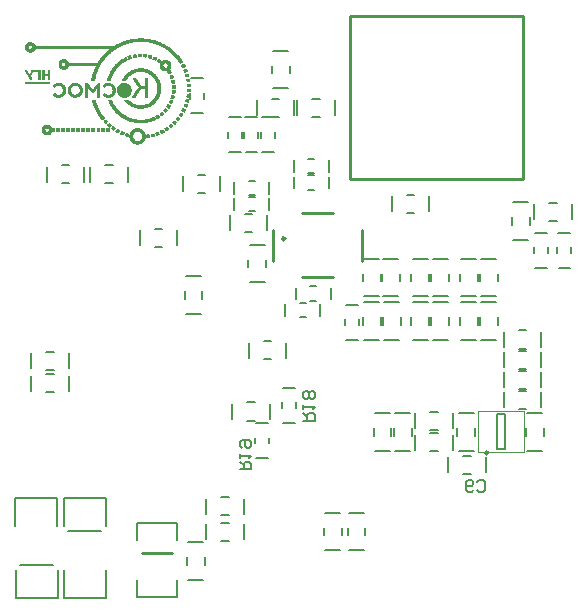
<source format=gbo>
G04*
G04 #@! TF.GenerationSoftware,Altium Limited,Altium Designer,20.1.11 (218)*
G04*
G04 Layer_Color=3707366*
%FSAX42Y42*%
%MOMM*%
G71*
G04*
G04 #@! TF.SameCoordinates,E04DCB56-ABFB-4DF7-A6F1-084D64C497F4*
G04*
G04*
G04 #@! TF.FilePolarity,Positive*
G04*
G01*
G75*
%ADD10C,0.20*%
%ADD12C,0.25*%
%ADD14C,0.15*%
%ADD15C,0.05*%
%ADD16C,0.25*%
D10*
X019440Y002776D02*
Y003016D01*
X019124Y002736D02*
X019405D01*
X019085Y003016D02*
X019440D01*
X019085Y002776D02*
Y003016D01*
X019090Y002166D02*
X019445D01*
Y002406D01*
X019090Y002166D02*
Y002406D01*
X018680Y002166D02*
Y002406D01*
X018715Y002446D02*
X018997D01*
X018680Y002166D02*
X019035D01*
Y002406D01*
X018675Y003016D02*
X019030D01*
X018675Y002776D02*
Y003016D01*
X019030Y002776D02*
Y003016D01*
X020045Y002179D02*
Y002319D01*
X019705Y002179D02*
Y002319D01*
Y002179D02*
X020045D01*
X019705Y002662D02*
Y002802D01*
X020045Y002662D02*
Y002802D01*
X019705D02*
X020045D01*
X022753Y003432D02*
X022823D01*
X022753Y003722D02*
X022823D01*
X022753Y003432D02*
Y003722D01*
X022823Y003432D02*
Y003722D01*
X022589Y003150D02*
X022605Y003166D01*
X022639D01*
X022655Y003150D01*
Y003083D01*
X022639Y003066D01*
X022605D01*
X022589Y003083D01*
X022555D02*
X022539Y003066D01*
X022505D01*
X022489Y003083D01*
Y003150D01*
X022505Y003166D01*
X022539D01*
X022555Y003150D01*
Y003133D01*
X022539Y003116D01*
X022489D01*
X020575Y003256D02*
X020675D01*
Y003306D01*
X020659Y003323D01*
X020625D01*
X020609Y003306D01*
Y003256D01*
Y003290D02*
X020575Y003323D01*
Y003356D02*
Y003390D01*
Y003373D01*
X020675D01*
X020659Y003356D01*
X020592Y003440D02*
X020575Y003456D01*
Y003490D01*
X020592Y003506D01*
X020659D01*
X020675Y003490D01*
Y003456D01*
X020659Y003440D01*
X020642D01*
X020625Y003456D01*
Y003506D01*
X021115Y003666D02*
X021215D01*
Y003716D01*
X021199Y003733D01*
X021165D01*
X021149Y003716D01*
Y003666D01*
Y003700D02*
X021115Y003733D01*
Y003766D02*
Y003800D01*
Y003783D01*
X021215D01*
X021199Y003766D01*
Y003850D02*
X021215Y003866D01*
Y003900D01*
X021199Y003916D01*
X021182D01*
X021165Y003900D01*
X021149Y003916D01*
X021132D01*
X021115Y003900D01*
Y003866D01*
X021132Y003850D01*
X021149D01*
X021165Y003866D01*
X021182Y003850D01*
X021199D01*
X021165Y003866D02*
Y003900D01*
D12*
X022678Y003397D02*
G03*
X022678Y003397I-000012J000000D01*
G01*
D14*
X022591Y004479D02*
Y004543D01*
X022439Y004479D02*
Y004543D01*
X022452Y004352D02*
X022579D01*
X022452Y004670D02*
X022579D01*
X022452Y004723D02*
X022579D01*
X022452Y005040D02*
X022579D01*
X022591Y004850D02*
Y004913D01*
X022439Y004850D02*
Y004913D01*
X022938Y003939D02*
X023002D01*
X022938Y004092D02*
X023002D01*
X022811Y003952D02*
Y004079D01*
X023129Y003952D02*
Y004079D01*
Y004122D02*
Y004249D01*
X022811Y004122D02*
Y004249D01*
X022938Y004262D02*
X023002D01*
X022938Y004109D02*
X023002D01*
X021771Y004479D02*
Y004543D01*
X021619Y004479D02*
Y004543D01*
X021632Y004352D02*
X021759D01*
X021632Y004670D02*
X021759D01*
X021632Y004723D02*
X021759D01*
X021632Y005040D02*
X021759D01*
X021771Y004850D02*
Y004913D01*
X021619Y004850D02*
Y004913D01*
X022029Y004850D02*
Y004913D01*
X022181Y004850D02*
Y004913D01*
X022042Y005040D02*
X022169D01*
X022042Y004723D02*
X022169D01*
X022042Y004670D02*
X022169D01*
X022042Y004352D02*
X022169D01*
X022029Y004479D02*
Y004543D01*
X022181Y004479D02*
Y004543D01*
X018939Y004063D02*
X019002D01*
X018939Y003910D02*
X019002D01*
X019129Y003923D02*
Y004050D01*
X018812Y003923D02*
Y004050D01*
X019259Y005693D02*
Y005820D01*
X018941Y005693D02*
Y005820D01*
X019068Y005833D02*
X019132D01*
X019068Y005680D02*
X019132D01*
X019438D02*
X019502D01*
X019438Y005833D02*
X019502D01*
X019311Y005693D02*
Y005820D01*
X019629Y005693D02*
Y005820D01*
X020049Y005153D02*
Y005280D01*
X019731Y005153D02*
Y005280D01*
X019858Y005293D02*
X019922D01*
X019858Y005140D02*
X019922D01*
X022999Y003540D02*
Y003603D01*
X023151Y003540D02*
Y003603D01*
X023012Y003730D02*
X023139D01*
X023012Y003413D02*
X023139D01*
X022432Y003730D02*
X022559D01*
X022432Y003413D02*
X022559D01*
X022419Y003540D02*
Y003603D01*
X022571Y003540D02*
Y003603D01*
X022031Y003540D02*
Y003603D01*
X021879Y003540D02*
Y003603D01*
X021892Y003413D02*
X022019D01*
X021892Y003730D02*
X022019D01*
X021722D02*
X021849D01*
X021722Y003413D02*
X021849D01*
X021709Y003540D02*
Y003603D01*
X021861Y003540D02*
Y003603D01*
X020639Y003823D02*
X020702D01*
X020639Y003670D02*
X020702D01*
X020829Y003683D02*
Y003810D01*
X020512Y003683D02*
Y003810D01*
X020862Y006800D02*
X020989D01*
X020862Y006482D02*
X020989D01*
X020849Y006609D02*
Y006673D01*
X021001Y006609D02*
Y006673D01*
X021991Y005583D02*
X022054D01*
X021991Y005430D02*
X022054D01*
X022181Y005443D02*
Y005570D01*
X021864Y005443D02*
Y005570D01*
X020619Y005423D02*
X020682D01*
X020619Y005270D02*
X020682D01*
X020809Y005283D02*
Y005410D01*
X020492Y005283D02*
Y005410D01*
X022342Y003233D02*
Y003360D01*
X022659Y003233D02*
Y003360D01*
X022469Y003220D02*
X022532D01*
X022469Y003373D02*
X022532D01*
X021062Y006253D02*
Y006380D01*
X021379Y006253D02*
Y006380D01*
X021189Y006240D02*
X021252D01*
X021189Y006393D02*
X021252D01*
X020219Y005753D02*
X020282D01*
X020219Y005600D02*
X020282D01*
X020409Y005613D02*
Y005740D01*
X020092Y005613D02*
Y005740D01*
X020662Y005160D02*
X020789D01*
X020662Y004842D02*
X020789D01*
X020649Y004969D02*
Y005033D01*
X020801Y004969D02*
Y005033D01*
X020969Y004203D02*
Y004330D01*
X020651Y004203D02*
Y004330D01*
X020778Y004343D02*
X020842D01*
X020778Y004190D02*
X020842D01*
X021039Y006253D02*
Y006380D01*
X020721Y006253D02*
Y006380D01*
X020848Y006393D02*
X020912D01*
X020848Y006240D02*
X020912D01*
X020129Y002450D02*
Y002513D01*
X020281Y002450D02*
Y002513D01*
X020142Y002640D02*
X020269D01*
X020142Y002323D02*
X020269D01*
X023199Y005513D02*
X023262D01*
X023199Y005360D02*
X023262D01*
X023389Y005373D02*
Y005500D01*
X023072Y005373D02*
Y005500D01*
X022892Y005520D02*
X023019D01*
X022892Y005202D02*
X023019D01*
X022879Y005329D02*
Y005393D01*
X023031Y005329D02*
Y005393D01*
X022189Y003563D02*
X022252D01*
X022189Y003411D02*
X022252D01*
X022379Y003423D02*
Y003550D01*
X022062Y003423D02*
Y003550D01*
Y003603D02*
Y003730D01*
X022379Y003603D02*
Y003730D01*
X022189Y003591D02*
X022252D01*
X022189Y003743D02*
X022252D01*
X018939Y004253D02*
X019002D01*
X018939Y004100D02*
X019002D01*
X019129Y004113D02*
Y004240D01*
X018812Y004113D02*
Y004240D01*
X022622Y004353D02*
X022749D01*
X022622Y004670D02*
X022749D01*
X022761Y004480D02*
Y004543D01*
X022609Y004480D02*
Y004543D01*
X022761Y004849D02*
Y004913D01*
X022609Y004849D02*
Y004913D01*
X022622Y004722D02*
X022749D01*
X022622Y005040D02*
X022749D01*
X022812Y003782D02*
Y003909D01*
X023129Y003782D02*
Y003909D01*
X022939Y003769D02*
X023002D01*
X022939Y003922D02*
X023002D01*
X022939Y004433D02*
X023002D01*
X022939Y004280D02*
X023002D01*
X023129Y004293D02*
Y004420D01*
X022812Y004293D02*
Y004420D01*
X021802Y004353D02*
X021929D01*
X021802Y004670D02*
X021929D01*
X021941Y004480D02*
Y004543D01*
X021789Y004480D02*
Y004543D01*
X021931Y004849D02*
Y004913D01*
X021779Y004849D02*
Y004913D01*
X021792Y004722D02*
X021919D01*
X021792Y005040D02*
X021919D01*
X022212D02*
X022339D01*
X022212Y004722D02*
X022339D01*
X022199Y004849D02*
Y004913D01*
X022351Y004849D02*
Y004913D01*
X022199Y004480D02*
Y004543D01*
X022351Y004480D02*
Y004543D01*
X022212Y004670D02*
X022339D01*
X022212Y004353D02*
X022339D01*
X020122Y004890D02*
X020249D01*
X020122Y004572D02*
X020249D01*
X020109Y004699D02*
Y004763D01*
X020261Y004699D02*
Y004763D01*
X020275Y006396D02*
Y006446D01*
X020155Y006396D02*
Y006446D01*
X020165Y006274D02*
X020265D01*
X020164Y006570D02*
X020264D01*
X021155Y005886D02*
X021205D01*
X021155Y005766D02*
X021205D01*
X021328Y005776D02*
Y005876D01*
X021032Y005776D02*
Y005876D01*
Y005636D02*
Y005736D01*
X021328Y005636D02*
Y005736D01*
X021155Y005626D02*
X021205D01*
X021155Y005746D02*
X021205D01*
X020655Y005696D02*
X020705D01*
X020655Y005576D02*
X020705D01*
X020828Y005586D02*
Y005686D01*
X020532Y005586D02*
Y005686D01*
Y005456D02*
Y005556D01*
X020828Y005456D02*
Y005556D01*
X020655Y005446D02*
X020705D01*
X020655Y005566D02*
X020705D01*
Y003476D02*
Y003526D01*
X020825Y003476D02*
Y003526D01*
X020715Y003649D02*
X020815D01*
X020716Y003353D02*
X020816D01*
X020935Y003776D02*
Y003826D01*
X021055Y003776D02*
Y003826D01*
X020945Y003949D02*
X021045D01*
X020946Y003653D02*
X021046D01*
X021476Y004353D02*
X021576D01*
X021475Y004649D02*
X021575D01*
X021585Y004476D02*
Y004526D01*
X021465Y004476D02*
Y004526D01*
X020755Y006066D02*
Y006116D01*
X020875Y006066D02*
Y006116D01*
X020765Y006239D02*
X020865D01*
X020766Y005943D02*
X020866D01*
X020626D02*
X020726D01*
X020625Y006239D02*
X020725D01*
X020735Y006066D02*
Y006116D01*
X020615Y006066D02*
Y006116D01*
X020475Y006066D02*
Y006116D01*
X020595Y006066D02*
Y006116D01*
X020485Y006239D02*
X020585D01*
X020486Y005943D02*
X020586D01*
X021175Y004806D02*
X021225D01*
X021175Y004686D02*
X021225D01*
X021348Y004696D02*
Y004796D01*
X021052Y004696D02*
Y004796D01*
X021085Y004666D02*
X021135D01*
X021085Y004546D02*
X021135D01*
X021258Y004556D02*
Y004656D01*
X020962Y004556D02*
Y004656D01*
X020292Y002663D02*
Y002790D01*
X020609Y002663D02*
Y002790D01*
X020419Y002650D02*
X020482D01*
X020419Y002803D02*
X020482D01*
X020419Y003023D02*
X020482D01*
X020419Y002870D02*
X020482D01*
X020609Y002883D02*
Y003010D01*
X020292Y002883D02*
Y003010D01*
X021302Y002890D02*
X021429D01*
X021302Y002572D02*
X021429D01*
X021289Y002699D02*
Y002763D01*
X021441Y002699D02*
Y002763D01*
X021641Y002699D02*
Y002763D01*
X021489Y002699D02*
Y002763D01*
X021502Y002572D02*
X021629D01*
X021502Y002890D02*
X021629D01*
X023265Y005088D02*
Y005138D01*
X023385Y005088D02*
Y005138D01*
X023275Y005260D02*
X023375D01*
X023276Y004964D02*
X023376D01*
X023076D02*
X023176D01*
X023075Y005260D02*
X023175D01*
X023185Y005088D02*
Y005138D01*
X023065Y005088D02*
Y005138D01*
D15*
X019654Y006042D02*
X019684D01*
X019649Y006050D02*
X019677D01*
X019649Y006047D02*
X019679D01*
X019657Y006037D02*
X019700D01*
X019672Y006024D02*
X019743D01*
X019669Y006027D02*
X019745D01*
X019664Y006029D02*
X019751D01*
X019662Y006032D02*
X019753D01*
X019659Y006034D02*
X019756D01*
X019654Y006040D02*
X019692D01*
X019677Y006022D02*
X019738D01*
X019651Y006045D02*
X019682D01*
X019728Y006042D02*
X019761D01*
X019687Y006017D02*
X019728D01*
X019700Y006014D02*
X019715D01*
Y006037D02*
X019758D01*
X019723Y006040D02*
X019758D01*
X019682Y006019D02*
X019733D01*
X019781Y006070D02*
X019796D01*
X019738Y006050D02*
X019766D01*
X019735Y006047D02*
X019763D01*
X019733Y006045D02*
X019763D01*
X019748Y006067D02*
X019771D01*
X019748Y006065D02*
X019771D01*
X019748Y006062D02*
X019771D01*
X019745Y006060D02*
X019771D01*
X019745Y006057D02*
X019768D01*
X019743Y006055D02*
X019768D01*
X019740Y006052D02*
X019766D01*
X019781Y006073D02*
X019806D01*
X019748Y006070D02*
X019773D01*
X019751Y006073D02*
X019773D01*
X019641Y006070D02*
X019664D01*
X019641Y006067D02*
X019667D01*
X019644Y006065D02*
X019667D01*
X019644Y006062D02*
X019667D01*
X019641Y006073D02*
X019664D01*
X019644Y006060D02*
X019669D01*
X019646Y006057D02*
X019669D01*
X019646Y006055D02*
X019672D01*
X019646Y006052D02*
X019674D01*
X019852Y006570D02*
X019880D01*
X019458Y006167D02*
X019479D01*
X019461Y006164D02*
X019476D01*
X019469Y006370D02*
X019491D01*
X019469Y006367D02*
X019494D01*
X019669Y006570D02*
X019692D01*
X019456D02*
X019481D01*
X019458Y006573D02*
X019481D01*
X020126Y006370D02*
X020137D01*
X019974Y006167D02*
X020005D01*
X019977Y006164D02*
X020005D01*
X019977Y006370D02*
X020002D01*
X019974Y006367D02*
X019999D01*
X019989Y006573D02*
X019999D01*
X019989Y006570D02*
X019992D01*
X019824Y006370D02*
X019857D01*
X019819Y006367D02*
X019855D01*
X019850Y006573D02*
X019878D01*
X019773Y006570D02*
X019794D01*
X019613Y006370D02*
X019646D01*
X019616Y006367D02*
X019649D01*
X019590Y006570D02*
X019616D01*
X019590Y006573D02*
X019618D01*
X019329Y006370D02*
X019352D01*
X019331Y006367D02*
X019354D01*
X019324Y006573D02*
X019347D01*
X019321Y006570D02*
X019344D01*
X018917Y006167D02*
X018966D01*
X018912Y006164D02*
X018968D01*
X018905Y006573D02*
X018915D01*
X018905Y006570D02*
X018915D01*
X018872Y006573D02*
X018882D01*
X018872Y006570D02*
X018882D01*
X018953Y006573D02*
X018961D01*
X018953Y006570D02*
X018961D01*
X018795Y006573D02*
X018806D01*
X018798Y006570D02*
X018808D01*
X020007Y006776D02*
X020035D01*
X020010Y006774D02*
X020038D01*
X019715D02*
X019738D01*
X019728Y006776D02*
X019738D01*
X019758Y006774D02*
X019773D01*
X019430Y006776D02*
X019461D01*
X019428Y006774D02*
X019458D01*
X019629Y006215D02*
X019842D01*
X019634Y006212D02*
X019834D01*
X019641Y006210D02*
X019827D01*
X019649Y006207D02*
X019819D01*
X019659Y006205D02*
X019811D01*
X019669Y006202D02*
X019801D01*
X019679Y006327D02*
X019789D01*
X019651Y006339D02*
X019817D01*
X019657Y006337D02*
X019814D01*
X019662Y006334D02*
X019809D01*
X019667Y006332D02*
X019801D01*
X019672Y006329D02*
X019796D01*
X019679Y006644D02*
X019789D01*
X019672Y006642D02*
X019796D01*
X019667Y006639D02*
X019801D01*
X019662Y006636D02*
X019806D01*
X019657Y006634D02*
X019811D01*
X019651Y006631D02*
X019817D01*
X018816Y006845D02*
X019563D01*
X018816Y006842D02*
X019557D01*
X018818Y006840D02*
X019552D01*
X018818Y006837D02*
X019547D01*
X018818Y006835D02*
X019542D01*
X018818Y006832D02*
X019537D01*
X018818Y006829D02*
X019535D01*
X018816Y006827D02*
X019530D01*
X018816Y006824D02*
X019524D01*
X019621Y006890D02*
X019847D01*
X019639Y006896D02*
X019829D01*
X019629Y006893D02*
X019839D01*
X019611Y006888D02*
X019857D01*
X019603Y006885D02*
X019865D01*
X019667Y006901D02*
X019804D01*
X019651Y006898D02*
X019817D01*
X019880Y006116D02*
X019883D01*
X019872Y006113D02*
X019885D01*
X019865Y006111D02*
X019885D01*
X019862Y006108D02*
X019885D01*
X019862Y006106D02*
X019888D01*
X019865Y006103D02*
X019888D01*
X019865Y006100D02*
X019890D01*
X019865Y006098D02*
X019890D01*
X019867Y006095D02*
X019890D01*
X019867Y006093D02*
X019883D01*
X019649Y006111D02*
X019677D01*
Y006139D02*
X019735D01*
X019674Y006136D02*
X019740D01*
X019654Y006118D02*
X019687D01*
X019651Y006116D02*
X019684D01*
X019651Y006113D02*
X019679D01*
X019657Y006121D02*
X019695D01*
X019669Y006133D02*
X019745D01*
X019667Y006131D02*
X019748D01*
X019664Y006128D02*
X019751D01*
X019662Y006126D02*
X019753D01*
X019659Y006123D02*
X019756D01*
X019466Y006161D02*
X019474D01*
X019065Y006136D02*
X019088D01*
X019065Y006133D02*
X019088D01*
X019065Y006131D02*
X019088D01*
X019065Y006128D02*
X019088D01*
X019065Y006144D02*
X019088D01*
X019065Y006141D02*
X019088D01*
X019065Y006139D02*
X019088D01*
X019065Y006126D02*
X019088D01*
X019065Y006123D02*
X019088D01*
X019862Y006245D02*
X019890D01*
X019865Y006243D02*
X019890D01*
X019865Y006240D02*
X019890D01*
X019867Y006238D02*
X019885D01*
X019867Y006235D02*
X019883D01*
X020083Y006299D02*
X020109D01*
X020083Y006296D02*
X020109D01*
X020086Y006294D02*
X020106D01*
X020086Y006304D02*
X020111D01*
X020086Y006301D02*
X020111D01*
X020071Y006253D02*
X020083D01*
X020068Y006271D02*
X020086D01*
X020065Y006268D02*
X020088D01*
X020063Y006266D02*
X020091D01*
X020063Y006263D02*
X020088D01*
X020060Y006260D02*
X020088D01*
X020063Y006258D02*
X020086D01*
X020065Y006255D02*
X020086D01*
X019867Y006253D02*
X019885D01*
X019862Y006250D02*
X019885D01*
X019862Y006248D02*
X019888D01*
X019875Y006258D02*
X019880D01*
X019872Y006255D02*
X019883D01*
X019611Y006222D02*
X019682D01*
X019621Y006217D02*
X019733D01*
X019616Y006220D02*
X019697D01*
X019634Y006352D02*
X019677D01*
X019636Y006349D02*
X019682D01*
X019639Y006347D02*
X019690D01*
X019644Y006344D02*
X019697D01*
X019646Y006342D02*
X019710D01*
X019463Y006184D02*
X019474D01*
X019461Y006182D02*
X019476D01*
X019458Y006179D02*
X019479D01*
X019456Y006177D02*
X019481D01*
X019453Y006174D02*
X019484D01*
X019453Y006172D02*
X019481D01*
X019456Y006169D02*
X019479D01*
X019471Y006365D02*
X019494D01*
X019471Y006362D02*
X019497D01*
X019474Y006360D02*
X019497D01*
X019474Y006357D02*
X019499D01*
X019476Y006354D02*
X019502D01*
X019476Y006352D02*
X019502D01*
X019875Y006448D02*
X019898D01*
X019852Y006400D02*
X019880D01*
X019870Y006431D02*
X019893D01*
X019867Y006428D02*
X019893D01*
X019867Y006426D02*
X019890D01*
X019865Y006423D02*
X019890D01*
X019865Y006421D02*
X019890D01*
X019862Y006418D02*
X019888D01*
X019862Y006415D02*
X019888D01*
X019860Y006413D02*
X019885D01*
X019860Y006410D02*
X019885D01*
X019857Y006408D02*
X019883D01*
X019857Y006405D02*
X019883D01*
X019855Y006403D02*
X019880D01*
X019875Y006446D02*
X019898D01*
X019875Y006443D02*
X019898D01*
X019872Y006441D02*
X019895D01*
X019872Y006438D02*
X019895D01*
X019872Y006436D02*
X019895D01*
X019870Y006433D02*
X019895D01*
X019878Y006456D02*
X019900D01*
X019878Y006454D02*
X019900D01*
X019880Y006469D02*
X019903D01*
X019878Y006466D02*
X019900D01*
X019878Y006464D02*
X019900D01*
X019878Y006461D02*
X019900D01*
X019878Y006459D02*
X019900D01*
X019880Y006476D02*
X019903D01*
X019880Y006474D02*
X019903D01*
X019880Y006471D02*
X019903D01*
X019878Y006517D02*
X019900D01*
X019878Y006514D02*
X019900D01*
X019878Y006512D02*
X019900D01*
X019878Y006509D02*
X019900D01*
X019878Y006507D02*
X019900D01*
X019878Y006504D02*
X019900D01*
X019880Y006502D02*
X019900D01*
X019880Y006499D02*
X019903D01*
X019880Y006497D02*
X019903D01*
X019880Y006494D02*
X019903D01*
X019880Y006492D02*
X019903D01*
X019880Y006489D02*
X019903D01*
X019880Y006487D02*
X019903D01*
X019880Y006484D02*
X019903D01*
X019880Y006481D02*
X019903D01*
X019880Y006479D02*
X019903D01*
X019875Y006451D02*
X019898D01*
X019870Y006540D02*
X019893D01*
X019855Y006568D02*
X019880D01*
X019857Y006565D02*
X019883D01*
X019857Y006563D02*
X019883D01*
X019860Y006560D02*
X019885D01*
X019860Y006558D02*
X019885D01*
X019862Y006555D02*
X019888D01*
X019865Y006553D02*
X019888D01*
X019865Y006550D02*
X019890D01*
X019865Y006548D02*
X019890D01*
X019867Y006545D02*
X019890D01*
X019867Y006542D02*
X019893D01*
X019875Y006527D02*
X019898D01*
X019875Y006525D02*
X019898D01*
X019875Y006522D02*
X019898D01*
X019875Y006520D02*
X019898D01*
X019870Y006537D02*
X019895D01*
X019872Y006535D02*
X019895D01*
X019872Y006532D02*
X019895D01*
X019872Y006530D02*
X019895D01*
X019268Y006448D02*
X019286D01*
X019438Y006415D02*
X019484D01*
X019446Y006413D02*
X019476D01*
X019423Y006426D02*
X019499D01*
X019425Y006423D02*
X019497D01*
X019428Y006421D02*
X019494D01*
X019433Y006418D02*
X019489D01*
X019420Y006428D02*
X019502D01*
X018999D02*
X019080D01*
X019001Y006426D02*
X019077D01*
X019004Y006423D02*
X019075D01*
X019006Y006421D02*
X019072D01*
X019011Y006418D02*
X019067D01*
X019446Y006527D02*
X019474D01*
X019438Y006525D02*
X019481D01*
X019433Y006522D02*
X019486D01*
X019428Y006520D02*
X019491D01*
X019425Y006517D02*
X019497D01*
X019423Y006514D02*
X019499D01*
X019420Y006512D02*
X019502D01*
X019011Y006522D02*
X019067D01*
X019009Y006520D02*
X019070D01*
X019004Y006517D02*
X019075D01*
X019001Y006514D02*
X019077D01*
X018999Y006512D02*
X019080D01*
X019679Y006436D02*
X019700D01*
X019677Y006433D02*
X019700D01*
X019677Y006431D02*
X019697D01*
X019674Y006428D02*
X019697D01*
X019669Y006418D02*
X019690D01*
X019667Y006415D02*
X019687D01*
X019664Y006413D02*
X019687D01*
X019672Y006426D02*
X019695D01*
X019672Y006423D02*
X019692D01*
X019669Y006421D02*
X019692D01*
X019476Y006431D02*
X019504D01*
X019461Y006388D02*
X019484D01*
X019461Y006385D02*
X019486D01*
X019463Y006382D02*
X019486D01*
X019463Y006380D02*
X019489D01*
X019466Y006377D02*
X019489D01*
X019466Y006375D02*
X019491D01*
X019466Y006372D02*
X019491D01*
X019268Y006446D02*
X019286D01*
X019268Y006443D02*
X019286D01*
X019268Y006441D02*
X019286D01*
X019268Y006438D02*
X019286D01*
X019268Y006436D02*
X019286D01*
X019268Y006433D02*
X019286D01*
X019268Y006431D02*
X019286D01*
X019268Y006428D02*
X019286D01*
X019268Y006426D02*
X019286D01*
X019268Y006423D02*
X019286D01*
X019268Y006421D02*
X019286D01*
X019268Y006418D02*
X019286D01*
X019268Y006415D02*
X019286D01*
X019268Y006413D02*
X019286D01*
X019070Y006441D02*
X019090D01*
X019067Y006438D02*
X019090D01*
X019065Y006436D02*
X019088D01*
X019060Y006433D02*
X019085D01*
X019055Y006431D02*
X019082D01*
X019674Y006565D02*
X019695D01*
X019674Y006563D02*
X019697D01*
X019677Y006560D02*
X019697D01*
X019677Y006558D02*
X019700D01*
X019679Y006555D02*
X019702D01*
X019672Y006568D02*
X019692D01*
X019474Y006509D02*
X019504D01*
X019456Y006568D02*
X019479D01*
X019456Y006565D02*
X019479D01*
X019456Y006563D02*
X019479D01*
X019453Y006560D02*
X019476D01*
X019453Y006558D02*
X019476D01*
X019453Y006555D02*
X019476D01*
X019451Y006553D02*
X019476D01*
X019451Y006550D02*
X019474D01*
X019268Y006456D02*
X019286D01*
X019268Y006454D02*
X019286D01*
X019268Y006451D02*
X019286D01*
X019268Y006466D02*
X019286D01*
X019268Y006464D02*
X019286D01*
X019268Y006461D02*
X019286D01*
X019268Y006459D02*
X019286D01*
X019268Y006476D02*
X019286D01*
X019268Y006474D02*
X019286D01*
X019268Y006471D02*
X019286D01*
X019268Y006469D02*
X019286D01*
X019268Y006525D02*
X019281D01*
X019268Y006522D02*
X019283D01*
X019268Y006512D02*
X019293D01*
X019268Y006509D02*
X019296D01*
X019268Y006497D02*
X019286D01*
X019268Y006494D02*
X019286D01*
X019268Y006492D02*
X019286D01*
X019268Y006489D02*
X019286D01*
X019268Y006520D02*
X019286D01*
X019268Y006517D02*
X019288D01*
X019268Y006514D02*
X019291D01*
X019268Y006507D02*
X019298D01*
X019268Y006504D02*
X019298D01*
X019268Y006502D02*
X019301D01*
X019268Y006499D02*
X019303D01*
X019268Y006487D02*
X019286D01*
X019268Y006484D02*
X019286D01*
X019268Y006481D02*
X019286D01*
X019268Y006479D02*
X019286D01*
X019067Y006502D02*
X019090D01*
X019070Y006499D02*
X019090D01*
X019052Y006509D02*
X019082D01*
X019060Y006507D02*
X019085D01*
X019062Y006504D02*
X019088D01*
X018757Y006537D02*
X018961D01*
X018757Y006535D02*
X018961D01*
X018757Y006532D02*
X018961D01*
X018757Y006530D02*
X018961D01*
X020055Y006720D02*
X020083D01*
X020055Y006718D02*
X020083D01*
X020081Y006680D02*
X020106D01*
X020081Y006677D02*
X020109D01*
X020083Y006675D02*
X020109D01*
X020086Y006669D02*
X020106D01*
X020086Y006667D02*
X020101D01*
X020083Y006672D02*
X020111D01*
X020086Y006685D02*
X020104D01*
X020083Y006682D02*
X020106D01*
X020058Y006715D02*
X020086D01*
X020060Y006713D02*
X020086D01*
X020060Y006710D02*
X020088D01*
X020063Y006708D02*
X020086D01*
X019883Y006725D02*
X019900D01*
X019880Y006723D02*
X019903D01*
X019878Y006720D02*
X019905D01*
X019878Y006718D02*
X019905D01*
X019878Y006713D02*
X019900D01*
X019880Y006710D02*
X019898D01*
X019883Y006728D02*
X019895D01*
X019875Y006715D02*
X019903D01*
X019065Y006652D02*
X019103D01*
X019100Y006680D02*
X019387D01*
X019098Y006677D02*
X019385D01*
X019100Y006697D02*
X019397D01*
X019100Y006695D02*
X019395D01*
X019100Y006692D02*
X019395D01*
X019103Y006690D02*
X019392D01*
X019103Y006687D02*
X019390D01*
X019100Y006685D02*
X019390D01*
X019100Y006682D02*
X019387D01*
X019639Y006624D02*
X019690D01*
X019636Y006621D02*
X019682D01*
X019634Y006619D02*
X019677D01*
X019644Y006626D02*
X019700D01*
X019649Y006629D02*
X019712D01*
X019474Y006614D02*
X019499D01*
X019474Y006611D02*
X019499D01*
X019471Y006608D02*
X019497D01*
X019471Y006606D02*
X019497D01*
X019476Y006619D02*
X019502D01*
X019476Y006616D02*
X019502D01*
X019463Y006588D02*
X019486D01*
X019461Y006586D02*
X019486D01*
X019461Y006583D02*
X019486D01*
X019461Y006581D02*
X019484D01*
X019469Y006603D02*
X019494D01*
X019469Y006601D02*
X019494D01*
X019466Y006598D02*
X019491D01*
X019466Y006596D02*
X019491D01*
X019466Y006593D02*
X019489D01*
X019463Y006591D02*
X019489D01*
X019458Y006578D02*
X019484D01*
X019458Y006575D02*
X019481D01*
X019070Y006649D02*
X019095D01*
X019674Y006748D02*
X019682D01*
X019679Y006771D02*
X019692D01*
X019674Y006751D02*
X019697D01*
X019669Y006768D02*
X019695D01*
X019669Y006766D02*
X019695D01*
X019669Y006763D02*
X019695D01*
X019672Y006761D02*
X019695D01*
X019672Y006758D02*
X019695D01*
X019672Y006756D02*
X019695D01*
X019672Y006753D02*
X019695D01*
X019065Y006725D02*
X019100D01*
X019042Y006680D02*
X019067D01*
X019044Y006677D02*
X019067D01*
X019044Y006675D02*
X019070D01*
X019044Y006672D02*
X019072D01*
X019047Y006669D02*
X019121D01*
X019047Y006667D02*
X019118D01*
X019049Y006664D02*
X019116D01*
X019052Y006662D02*
X019116D01*
X019055Y006659D02*
X019113D01*
X019057Y006657D02*
X019110D01*
X019060Y006654D02*
X019105D01*
X019044Y006705D02*
X019075D01*
X019044Y006702D02*
X019070D01*
X019044Y006700D02*
X019067D01*
X019042Y006697D02*
X019067D01*
X019055Y006718D02*
X019113D01*
X019052Y006715D02*
X019113D01*
X019049Y006713D02*
X019116D01*
X019047Y006710D02*
X019118D01*
X019047Y006708D02*
X019121D01*
X019060Y006723D02*
X019105D01*
X019057Y006720D02*
X019108D01*
X018834Y006634D02*
X018882D01*
X018834Y006631D02*
X018882D01*
X018834Y006629D02*
X018882D01*
X019804Y006878D02*
X019885D01*
X019817Y006875D02*
X019890D01*
X019827Y006873D02*
X019898D01*
X019839Y006870D02*
X019903D01*
X019847Y006868D02*
X019908D01*
X019878Y006857D02*
X019928D01*
X019865Y006862D02*
X019918D01*
X019870Y006860D02*
X019923D01*
X019857Y006865D02*
X019913D01*
X019446Y006791D02*
X019479D01*
X019443Y006789D02*
X019476D01*
X019441Y006786D02*
X019474D01*
X019588Y006880D02*
X019682D01*
X019596Y006883D02*
X019707D01*
X019476Y006817D02*
X019514D01*
X019471Y006814D02*
X019509D01*
X019451Y006796D02*
X019486D01*
X019448Y006794D02*
X019481D01*
X019463Y006807D02*
X019499D01*
X019461Y006804D02*
X019497D01*
X019456Y006802D02*
X019491D01*
X019453Y006799D02*
X019489D01*
X019469Y006812D02*
X019507D01*
X019466Y006809D02*
X019502D01*
X019982Y006159D02*
X019997D01*
X019982Y006156D02*
X019994D01*
X019984Y006154D02*
X019992D01*
X019903Y006121D02*
X019928D01*
X019903Y006118D02*
X019931D01*
X019905Y006116D02*
X019931D01*
X019905Y006113D02*
X019928D01*
X019911Y006106D02*
X019913D01*
X019908Y006111D02*
X019923D01*
X019908Y006108D02*
X019918D01*
Y006133D02*
X019921D01*
X019913Y006131D02*
X019923D01*
X019908Y006128D02*
X019923D01*
X019951Y006154D02*
X019959D01*
X019949Y006151D02*
X019961D01*
X019944Y006149D02*
X019961D01*
X019941Y006146D02*
X019964D01*
X019938Y006144D02*
X019966D01*
X019941Y006141D02*
X019966D01*
X019941Y006139D02*
X019969D01*
X019944Y006136D02*
X019966D01*
X019946Y006133D02*
X019961D01*
X019946Y006131D02*
X019959D01*
X019949Y006128D02*
X019954D01*
X019903Y006126D02*
X019926D01*
X019903Y006123D02*
X019928D01*
X019949Y006126D02*
X019951D01*
X019979Y006161D02*
X019999D01*
X019824Y006083D02*
X019850D01*
X019867Y006090D02*
X019878D01*
X019832Y006100D02*
X019845D01*
X019822Y006098D02*
X019845D01*
X019822Y006095D02*
X019845D01*
X019822Y006093D02*
X019847D01*
X019794D02*
X019801D01*
X019824Y006090D02*
X019847D01*
X019778D02*
X019801D01*
X019824Y006088D02*
X019847D01*
X019781D02*
X019804D01*
X019824Y006085D02*
X019847D01*
X019781D02*
X019804D01*
X019781Y006083D02*
X019804D01*
X019824Y006080D02*
X019845D01*
X019781D02*
X019804D01*
X019827Y006078D02*
X019834D01*
X019781D02*
X019804D01*
X019720Y006121D02*
X019758D01*
X019728Y006118D02*
X019761D01*
X019730Y006116D02*
X019761D01*
X019735Y006113D02*
X019763D01*
X019738Y006111D02*
X019766D01*
X019740Y006108D02*
X019766D01*
X019743Y006106D02*
X019768D01*
X019743Y006103D02*
X019768D01*
X019745Y006100D02*
X019768D01*
X019745Y006098D02*
X019771D01*
X019748Y006095D02*
X019771D01*
X019748Y006093D02*
X019771D01*
X019748Y006090D02*
X019771D01*
X019692Y006144D02*
X019723D01*
X019684Y006141D02*
X019730D01*
X019781Y006075D02*
X019804D01*
X019751Y006088D02*
X019773D01*
X019751Y006085D02*
X019773D01*
X019751Y006083D02*
X019773D01*
X019751Y006080D02*
X019773D01*
X019751Y006078D02*
X019773D01*
X019751Y006075D02*
X019773D01*
X019644Y006095D02*
X019667D01*
X019644Y006093D02*
X019667D01*
X019641Y006090D02*
X019664D01*
X019641Y006088D02*
X019664D01*
X019641Y006085D02*
X019664D01*
X019641Y006083D02*
X019664D01*
X019641Y006080D02*
X019664D01*
X019641Y006078D02*
X019664D01*
X019641Y006075D02*
X019664D01*
X019649Y006108D02*
X019674D01*
X019646Y006106D02*
X019672D01*
X019646Y006103D02*
X019672D01*
X019644Y006100D02*
X019669D01*
X019644Y006098D02*
X019669D01*
X019613Y006106D02*
X019616D01*
X019611Y006103D02*
X019624D01*
X019611Y006100D02*
X019634D01*
X019611Y006098D02*
X019634D01*
X019608Y006095D02*
X019634D01*
X019575D02*
X019588D01*
X019608Y006093D02*
X019634D01*
X019583D02*
X019585D01*
X019608Y006090D02*
X019631D01*
X019608Y006088D02*
X019631D01*
X019606Y006085D02*
X019631D01*
X019613Y006083D02*
X019631D01*
X019621Y006080D02*
X019629D01*
X019524Y006121D02*
X019550D01*
X019527Y006118D02*
X019550D01*
X019532Y006116D02*
X019547D01*
X019537Y006113D02*
X019547D01*
X019542Y006111D02*
X019545D01*
X019504Y006133D02*
X019507D01*
X019499Y006161D02*
X019502D01*
X019497Y006159D02*
X019507D01*
X019497Y006156D02*
X019509D01*
X019494Y006154D02*
X019514D01*
X019497Y006139D02*
X019512D01*
X019499Y006136D02*
X019509D01*
X019535Y006139D02*
X019540D01*
X019535Y006136D02*
X019542D01*
X019532Y006133D02*
X019547D01*
X019530Y006131D02*
X019552D01*
X019530Y006128D02*
X019555D01*
X019491Y006151D02*
X019517D01*
X019491Y006149D02*
X019517D01*
X019489Y006146D02*
X019517D01*
X019489Y006144D02*
X019514D01*
X019491Y006141D02*
X019512D01*
X019527Y006126D02*
X019552D01*
X019527Y006123D02*
X019552D01*
X019573Y006118D02*
X019580D01*
X019570Y006116D02*
X019588D01*
X019570Y006113D02*
X019593D01*
X019568Y006111D02*
X019593D01*
X019568Y006108D02*
X019593D01*
X019568Y006106D02*
X019590D01*
X019565Y006103D02*
X019590D01*
X019565Y006100D02*
X019590D01*
X019573Y006121D02*
X019575D01*
X019570Y006098D02*
X019588D01*
X019469Y006159D02*
X019471D01*
X019448Y006144D02*
X019471D01*
X019448Y006141D02*
X019471D01*
X019448Y006139D02*
X019471D01*
X019448Y006136D02*
X019471D01*
X019448Y006133D02*
X019471D01*
X019448Y006131D02*
X019471D01*
X019448Y006128D02*
X019471D01*
X019448Y006126D02*
X019471D01*
X019448Y006123D02*
X019471D01*
X019405Y006144D02*
X019428D01*
X019405Y006141D02*
X019428D01*
X019405Y006139D02*
X019428D01*
X019405Y006136D02*
X019428D01*
X019405Y006133D02*
X019428D01*
X019405Y006131D02*
X019428D01*
X019405Y006128D02*
X019428D01*
X019405Y006123D02*
X019428D01*
X019405Y006126D02*
X019428D01*
X019321Y006144D02*
X019344D01*
X019321Y006141D02*
X019344D01*
X019321Y006139D02*
X019344D01*
X019321Y006136D02*
X019344D01*
X019321Y006133D02*
X019344D01*
X019321Y006131D02*
X019344D01*
X019321Y006128D02*
X019344D01*
X019278Y006144D02*
X019301D01*
X019278Y006141D02*
X019301D01*
X019278Y006139D02*
X019301D01*
X019278Y006136D02*
X019301D01*
X019278Y006133D02*
X019301D01*
X019278Y006131D02*
X019301D01*
X019278Y006128D02*
X019301D01*
X019321Y006123D02*
X019344D01*
X019321Y006126D02*
X019344D01*
X019278D02*
X019301D01*
X019278Y006123D02*
X019301D01*
X019364Y006144D02*
X019385D01*
X019364Y006141D02*
X019385D01*
X019364Y006139D02*
X019385D01*
X019364Y006136D02*
X019385D01*
X019364Y006133D02*
X019385D01*
X019364Y006131D02*
X019385D01*
X019364Y006128D02*
X019385D01*
X019364Y006123D02*
X019385D01*
X019364Y006126D02*
X019385D01*
X019235Y006144D02*
X019258D01*
X019235Y006141D02*
X019258D01*
X019235Y006139D02*
X019258D01*
X019235Y006136D02*
X019258D01*
X019235Y006133D02*
X019258D01*
X019235Y006131D02*
X019258D01*
X019235Y006128D02*
X019258D01*
X019235Y006123D02*
X019258D01*
X019235Y006126D02*
X019258D01*
X019192Y006144D02*
X019215D01*
X019192Y006141D02*
X019215D01*
X019192Y006139D02*
X019215D01*
X019192Y006136D02*
X019215D01*
X019192Y006133D02*
X019215D01*
X019192Y006131D02*
X019215D01*
X019192Y006128D02*
X019215D01*
X019192Y006126D02*
X019215D01*
X019192Y006123D02*
X019215D01*
X019108Y006144D02*
X019131D01*
X019108Y006141D02*
X019131D01*
X019108Y006139D02*
X019131D01*
X019108Y006136D02*
X019131D01*
X019108Y006133D02*
X019131D01*
X019108Y006131D02*
X019131D01*
X019108Y006128D02*
X019131D01*
X019108Y006126D02*
X019131D01*
X019108Y006123D02*
X019131D01*
X019151Y006144D02*
X019174D01*
X019151Y006141D02*
X019174D01*
X019151Y006139D02*
X019174D01*
X019151Y006136D02*
X019174D01*
X019151Y006133D02*
X019174D01*
X019151Y006131D02*
X019174D01*
X019151Y006128D02*
X019174D01*
X019151Y006126D02*
X019174D01*
X019151Y006123D02*
X019174D01*
X019022Y006136D02*
X019044D01*
X019022Y006133D02*
X019044D01*
X019022Y006131D02*
X019044D01*
X019022Y006128D02*
X019044D01*
X019022Y006144D02*
X019044D01*
X019022Y006141D02*
X019044D01*
X019022Y006139D02*
X019044D01*
X019022Y006126D02*
X019044D01*
X019022Y006123D02*
X019044D01*
X018902Y006121D02*
X018928D01*
X018902Y006118D02*
X018930D01*
X018905Y006116D02*
X018935D01*
X018925Y006095D02*
X018955D01*
X018938Y006093D02*
X018945D01*
X018905Y006151D02*
X018935D01*
X018902Y006149D02*
X018930D01*
X018902Y006146D02*
X018928D01*
X018902Y006144D02*
X018925D01*
X018900Y006141D02*
X018922D01*
X018900Y006139D02*
X018922D01*
X018900Y006136D02*
X018922D01*
X018900Y006133D02*
X018922D01*
X018900Y006131D02*
X018922D01*
X018900Y006128D02*
X018922D01*
X018900Y006126D02*
X018925D01*
X018902Y006123D02*
X018925D01*
X018905Y006113D02*
X018976D01*
X018907Y006111D02*
X018976D01*
X018910Y006108D02*
X018973D01*
X018955Y006121D02*
X018981D01*
X018953Y006118D02*
X018978D01*
X018945Y006116D02*
X018978D01*
X018912Y006106D02*
X018971D01*
X018915Y006103D02*
X018968D01*
X018917Y006100D02*
X018966D01*
X018920Y006098D02*
X018961D01*
X018910Y006159D02*
X018973D01*
X018907Y006156D02*
X018976D01*
X018905Y006154D02*
X018978D01*
X018910Y006161D02*
X018971D01*
X018961Y006139D02*
X019001D01*
X018961Y006136D02*
X019001D01*
X018961Y006133D02*
X019001D01*
X018961Y006131D02*
X019001D01*
X018958Y006128D02*
X019001D01*
X018948Y006151D02*
X018978D01*
X018953Y006149D02*
X018981D01*
X018955Y006146D02*
X018981D01*
X018958Y006144D02*
X019001D01*
X018958Y006141D02*
X019001D01*
X018958Y006126D02*
X019001D01*
X018958Y006123D02*
X019001D01*
X020091Y006314D02*
X020096D01*
X020104Y006344D02*
X020129D01*
X020104Y006342D02*
X020129D01*
X020106Y006347D02*
X020129D01*
X020109Y006352D02*
X020116D01*
X020106Y006349D02*
X020124D01*
X020104Y006339D02*
X020126D01*
X020106Y006332D02*
X020124D01*
X020091Y006311D02*
X020101D01*
X020088Y006309D02*
X020106D01*
X020091Y006291D02*
X020106D01*
X020096Y006288D02*
X020104D01*
X020101Y006286D02*
X020104D01*
X020088Y006306D02*
X020111D01*
X020101Y006337D02*
X020126D01*
X020101Y006334D02*
X020126D01*
X020119Y006327D02*
X020121D01*
X020111Y006329D02*
X020124D01*
X020050Y006212D02*
X020053D01*
X020045Y006240D02*
X020053D01*
X020043Y006238D02*
X020055D01*
X020043Y006235D02*
X020060D01*
X020040Y006233D02*
X020063D01*
X020038Y006230D02*
X020065D01*
X020035Y006227D02*
X020065D01*
X020035Y006225D02*
X020063D01*
X020040Y006222D02*
X020060D01*
X020043Y006220D02*
X020058D01*
X020045Y006217D02*
X020055D01*
X020048Y006215D02*
X020055D01*
X020048Y006243D02*
X020050D01*
X020020Y006210D02*
X020022D01*
X020017Y006207D02*
X020025D01*
X020015Y006205D02*
X020027D01*
X020012Y006202D02*
X020030D01*
X020010Y006200D02*
X020032D01*
X020007Y006197D02*
X020035D01*
X020007Y006194D02*
X020035D01*
X020010Y006192D02*
X020032D01*
X020012Y006189D02*
X020030D01*
X020015Y006187D02*
X020027D01*
X020017Y006184D02*
X020025D01*
X020020Y006182D02*
X020022D01*
X019989D02*
X019992D01*
X019987Y006179D02*
X019994D01*
X019984Y006177D02*
X019994D01*
X019979Y006174D02*
X019997D01*
X019977Y006172D02*
X019999D01*
X019974Y006169D02*
X020002D01*
X020073Y006250D02*
X020081D01*
X020078Y006248D02*
X020081D01*
X020068Y006273D02*
X020081D01*
X020071Y006276D02*
X020076D01*
X019984Y006362D02*
X019997D01*
X019989Y006360D02*
X019997D01*
X019994Y006357D02*
X019997D01*
X019900Y006266D02*
X019923D01*
X019903Y006263D02*
X019921D01*
X019905Y006260D02*
X019918D01*
X019905Y006258D02*
X019916D01*
X019908Y006255D02*
X019913D01*
X019898Y006271D02*
X019926D01*
X019898Y006268D02*
X019928D01*
X019898Y006273D02*
X019923D01*
X019911Y006283D02*
X019916D01*
X019908Y006281D02*
X019916D01*
X019941Y006314D02*
X019944D01*
X019938Y006311D02*
X019946D01*
X019936Y006309D02*
X019949D01*
X019933Y006306D02*
X019954D01*
X019931Y006304D02*
X019956D01*
X019928Y006301D02*
X019959D01*
X019928Y006299D02*
X019956D01*
X019931Y006296D02*
X019954D01*
X019933Y006294D02*
X019954D01*
X019936Y006291D02*
X019951D01*
X019938Y006288D02*
X019949D01*
X019941Y006286D02*
X019946D01*
X019966Y006321D02*
X019974D01*
X019971Y006319D02*
X019974D01*
X019964Y006347D02*
X019969D01*
X019961Y006344D02*
X019974D01*
X019905Y006278D02*
X019918D01*
X019900Y006276D02*
X019921D01*
X019964Y006324D02*
X019977D01*
X019979Y006365D02*
X019999D01*
X019961Y006342D02*
X019979D01*
X019959Y006339D02*
X019982D01*
X019956Y006337D02*
X019984D01*
X019956Y006334D02*
X019982D01*
X019954Y006332D02*
X019982D01*
X019956Y006329D02*
X019979D01*
X019961Y006327D02*
X019979D01*
X019845Y006240D02*
X019850D01*
X019837Y006238D02*
X019852D01*
X019832Y006235D02*
X019852D01*
X019824Y006233D02*
X019855D01*
X019817Y006230D02*
X019855D01*
X019809Y006227D02*
X019857D01*
X019799Y006225D02*
X019857D01*
X019789Y006222D02*
X019860D01*
X019773Y006220D02*
X019852D01*
X019817Y006365D02*
X019852D01*
X019811Y006362D02*
X019850D01*
X019870Y006233D02*
X019878D01*
X019870Y006230D02*
X019872D01*
X019697Y006197D02*
X019773D01*
X019748Y006217D02*
X019847D01*
X019682Y006200D02*
X019789D01*
X019809Y006360D02*
X019845D01*
X019804Y006357D02*
X019842D01*
X019799Y006354D02*
X019839D01*
X019794Y006352D02*
X019837D01*
X019786Y006349D02*
X019834D01*
X019778Y006347D02*
X019829D01*
X019697Y006321D02*
X019771D01*
X019710Y006319D02*
X019758D01*
X019771Y006344D02*
X019827D01*
X019758Y006342D02*
X019822D01*
X019687Y006324D02*
X019781D01*
X019570Y006245D02*
X019616D01*
X019596Y006230D02*
X019654D01*
X019601Y006227D02*
X019662D01*
X019606Y006225D02*
X019669D01*
X019618Y006365D02*
X019654D01*
X019621Y006362D02*
X019657D01*
X019624Y006360D02*
X019662D01*
X019626Y006357D02*
X019667D01*
X019629Y006354D02*
X019672D01*
X019575Y006243D02*
X019621D01*
X019578Y006240D02*
X019626D01*
X019583Y006238D02*
X019631D01*
X019585Y006235D02*
X019639D01*
X019590Y006233D02*
X019644D01*
X019504Y006309D02*
X019532D01*
X019507Y006306D02*
X019535D01*
X019507Y006304D02*
X019537D01*
X019509Y006301D02*
X019540D01*
X019512Y006299D02*
X019542D01*
X019514Y006296D02*
X019545D01*
X019517Y006294D02*
X019547D01*
X019519Y006291D02*
X019550D01*
X019494Y006324D02*
X019519D01*
X019494Y006321D02*
X019522D01*
X019497Y006319D02*
X019524D01*
X019499Y006316D02*
X019527D01*
X019499Y006314D02*
X019527D01*
X019502Y006311D02*
X019530D01*
X019522Y006288D02*
X019552D01*
X019524Y006286D02*
X019555D01*
X019524Y006283D02*
X019557D01*
X019527Y006281D02*
X019560D01*
X019479Y006349D02*
X019504D01*
X019479Y006347D02*
X019504D01*
X019481Y006344D02*
X019507D01*
X019481Y006342D02*
X019509D01*
X019484Y006339D02*
X019509D01*
X019484Y006337D02*
X019512D01*
X019486Y006334D02*
X019512D01*
X019489Y006332D02*
X019514D01*
X019491Y006327D02*
X019519D01*
X019489Y006329D02*
X019517D01*
X019530Y006278D02*
X019565D01*
X019532Y006276D02*
X019568D01*
X019560Y006253D02*
X019601D01*
X019563Y006250D02*
X019606D01*
X019568Y006248D02*
X019611D01*
X019537Y006273D02*
X019570D01*
X019540Y006271D02*
X019573D01*
X019542Y006268D02*
X019578D01*
X019545Y006266D02*
X019580D01*
X019547Y006263D02*
X019585D01*
X019550Y006260D02*
X019588D01*
X019552Y006258D02*
X019593D01*
X019557Y006255D02*
X019596D01*
X019390Y006245D02*
X019415D01*
X019425Y006200D02*
X019448D01*
X019428Y006197D02*
X019446D01*
X019430Y006194D02*
X019443D01*
X019430Y006212D02*
X019443D01*
X019428Y006210D02*
X019446D01*
X019425Y006207D02*
X019448D01*
X019423Y006205D02*
X019451D01*
X019423Y006202D02*
X019451D01*
X019466Y006187D02*
X019471D01*
X019390Y006243D02*
X019418D01*
X019433Y006192D02*
X019441D01*
X019436Y006189D02*
X019438D01*
X019392Y006240D02*
X019420D01*
X019395Y006238D02*
X019423D01*
X019395Y006235D02*
X019423D01*
X019397Y006233D02*
X019423D01*
X019400Y006230D02*
X019420D01*
X019403Y006227D02*
X019415D01*
X019403Y006225D02*
X019413D01*
X019405Y006222D02*
X019410D01*
X019436Y006217D02*
X019438D01*
X019433Y006215D02*
X019441D01*
X019382Y006253D02*
X019410D01*
X019385Y006250D02*
X019413D01*
X019387Y006248D02*
X019415D01*
X019372Y006271D02*
X019397D01*
X019375Y006268D02*
X019400D01*
X019375Y006266D02*
X019403D01*
X019377Y006263D02*
X019403D01*
X019380Y006260D02*
X019405D01*
X019380Y006258D02*
X019408D01*
X019382Y006255D02*
X019408D01*
X019331Y006365D02*
X019354D01*
X019331Y006362D02*
X019354D01*
X019331Y006360D02*
X019357D01*
X019334Y006357D02*
X019357D01*
X019334Y006354D02*
X019357D01*
X019334Y006352D02*
X019359D01*
X019337Y006349D02*
X019359D01*
X019337Y006347D02*
X019362D01*
X019337Y006344D02*
X019362D01*
X019339Y006342D02*
X019362D01*
X019339Y006339D02*
X019364D01*
X019342Y006337D02*
X019364D01*
X019342Y006334D02*
X019364D01*
X019370Y006273D02*
X019397D01*
X019359Y006294D02*
X019385D01*
X019362Y006291D02*
X019387D01*
X019362Y006288D02*
X019387D01*
X019364Y006286D02*
X019390D01*
X019364Y006283D02*
X019390D01*
X019367Y006281D02*
X019392D01*
X019347Y006324D02*
X019370D01*
X019347Y006321D02*
X019372D01*
X019347Y006319D02*
X019372D01*
X019349Y006316D02*
X019375D01*
X019349Y006314D02*
X019375D01*
X019352Y006311D02*
X019375D01*
X019352Y006309D02*
X019377D01*
X019354Y006306D02*
X019377D01*
X019354Y006304D02*
X019380D01*
X019357Y006301D02*
X019380D01*
X019357Y006299D02*
X019382D01*
X019359Y006296D02*
X019385D01*
X019342Y006332D02*
X019367D01*
X019344Y006329D02*
X019367D01*
X019344Y006327D02*
X019370D01*
X019367Y006278D02*
X019395D01*
X019370Y006276D02*
X019395D01*
X018933Y006174D02*
X018950D01*
X018925Y006172D02*
X018958D01*
X018920Y006169D02*
X018963D01*
X020126Y006436D02*
X020134D01*
X020126Y006433D02*
X020149D01*
X020126Y006431D02*
X020149D01*
X020126Y006428D02*
X020149D01*
X020126Y006426D02*
X020149D01*
X020126Y006423D02*
X020149D01*
X020124Y006421D02*
X020149D01*
X020124Y006418D02*
X020147D01*
X020124Y006415D02*
X020147D01*
X020119Y006393D02*
X020132D01*
X020119Y006390D02*
X020142D01*
X020119Y006388D02*
X020142D01*
X020119Y006385D02*
X020142D01*
X020116Y006382D02*
X020142D01*
X020116Y006380D02*
X020139D01*
X020116Y006377D02*
X020139D01*
X020134Y006413D02*
X020147D01*
X020114Y006375D02*
X020139D01*
X020119Y006372D02*
X020139D01*
X020129Y006459D02*
X020152D01*
X020129Y006471D02*
X020154D01*
X020129Y006469D02*
X020152D01*
X020129Y006466D02*
X020152D01*
X020129Y006464D02*
X020152D01*
X020129Y006461D02*
X020152D01*
X020132Y006456D02*
X020152D01*
X020132Y006476D02*
X020154D01*
X020132Y006474D02*
X020154D01*
X020129Y006520D02*
X020152D01*
X020129Y006517D02*
X020152D01*
X020129Y006514D02*
X020152D01*
X020129Y006512D02*
X020152D01*
X020129Y006509D02*
X020152D01*
X020129Y006507D02*
X020152D01*
X020129Y006504D02*
X020152D01*
X020129Y006502D02*
X020154D01*
X020132Y006499D02*
X020154D01*
X020124Y006563D02*
X020147D01*
X020124Y006560D02*
X020147D01*
X020124Y006558D02*
X020147D01*
X020124Y006555D02*
X020147D01*
X020124Y006553D02*
X020149D01*
X020126Y006550D02*
X020149D01*
X020126Y006548D02*
X020149D01*
X020126Y006545D02*
X020149D01*
X020126Y006542D02*
X020142D01*
X020137Y006565D02*
X020147D01*
X019999Y006448D02*
X020022D01*
X019999Y006446D02*
X020022D01*
X020017Y006443D02*
X020022D01*
X019997Y006426D02*
X020002D01*
X019994Y006423D02*
X020012D01*
X019994Y006421D02*
X020017D01*
X019994Y006418D02*
X020017D01*
X019994Y006415D02*
X020017D01*
X019992Y006413D02*
X020017D01*
X019992Y006410D02*
X020015D01*
X019992Y006408D02*
X020015D01*
X019989Y006405D02*
X020015D01*
X019999Y006403D02*
X020012D01*
X020007Y006400D02*
X020012D01*
X019984Y006385D02*
X019989D01*
X019982Y006382D02*
X019994D01*
X019982Y006380D02*
X020002D01*
X019979Y006377D02*
X020005D01*
X019979Y006375D02*
X020005D01*
X019977Y006372D02*
X020002D01*
X019999Y006451D02*
X020022D01*
X020002Y006456D02*
X020025D01*
X019999Y006454D02*
X020025D01*
X020002Y006466D02*
X020025D01*
X020002Y006464D02*
X020025D01*
X020002Y006461D02*
X020025D01*
X020002Y006459D02*
X020025D01*
X020002Y006509D02*
X020025D01*
X020002Y006507D02*
X020025D01*
X020002Y006504D02*
X020025D01*
X020002Y006502D02*
X020025D01*
X020002Y006499D02*
X020025D01*
X020002Y006497D02*
X020025D01*
X020002Y006494D02*
X020025D01*
X020002Y006492D02*
X020025D01*
X020002Y006489D02*
X020025D01*
X020015Y006555D02*
X020017D01*
X020005Y006553D02*
X020017D01*
X019994Y006550D02*
X020017D01*
X019994Y006548D02*
X020020D01*
X019997Y006545D02*
X020020D01*
X019997Y006542D02*
X020020D01*
X019997Y006540D02*
X020020D01*
X019997Y006537D02*
X020020D01*
X019997Y006535D02*
X020022D01*
X019999Y006532D02*
X020020D01*
X019999Y006530D02*
X020005D01*
X019687Y006448D02*
X019710D01*
X019773D02*
X019794D01*
X019842Y006388D02*
X019870D01*
X019839Y006385D02*
X019870D01*
X019837Y006382D02*
X019867D01*
X019834Y006380D02*
X019865D01*
X019832Y006377D02*
X019862D01*
X019850Y006398D02*
X019878D01*
X019850Y006395D02*
X019875D01*
X019847Y006393D02*
X019875D01*
X019845Y006390D02*
X019872D01*
X019829Y006375D02*
X019860D01*
X019827Y006372D02*
X019860D01*
X019687Y006446D02*
X019707D01*
X019682Y006438D02*
X019702D01*
X019684Y006443D02*
X019705D01*
X019682Y006441D02*
X019705D01*
X019773Y006446D02*
X019794D01*
X019773Y006443D02*
X019794D01*
X019773Y006441D02*
X019794D01*
X019773Y006438D02*
X019794D01*
X019773Y006436D02*
X019794D01*
X019773Y006433D02*
X019794D01*
X019773Y006431D02*
X019794D01*
X019773Y006428D02*
X019794D01*
X019773Y006426D02*
X019794D01*
X019773Y006423D02*
X019794D01*
X019773Y006421D02*
X019794D01*
X019773Y006418D02*
X019794D01*
X019773Y006415D02*
X019794D01*
X019773Y006413D02*
X019794D01*
X019705Y006476D02*
X019728D01*
X019705Y006474D02*
X019725D01*
X019702Y006471D02*
X019725D01*
X019700Y006469D02*
X019723D01*
X019700Y006466D02*
X019720D01*
X019697Y006464D02*
X019718D01*
X019695Y006461D02*
X019718D01*
X019695Y006459D02*
X019715D01*
X019692Y006456D02*
X019715D01*
X019692Y006454D02*
X019712D01*
X019690Y006451D02*
X019710D01*
X019707Y006514D02*
X019728D01*
X019707Y006512D02*
X019730D01*
X019710Y006509D02*
X019733D01*
X019712Y006507D02*
X019735D01*
X019715Y006504D02*
X019740D01*
X019712Y006484D02*
X019740D01*
X019702Y006522D02*
X019723D01*
X019702Y006520D02*
X019725D01*
X019705Y006517D02*
X019725D01*
X019697Y006527D02*
X019720D01*
X019700Y006525D02*
X019720D01*
X019682Y006553D02*
X019702D01*
X019682Y006550D02*
X019705D01*
X019684Y006548D02*
X019705D01*
X019687Y006545D02*
X019707D01*
X019687Y006542D02*
X019710D01*
X019690Y006540D02*
X019710D01*
X019692Y006537D02*
X019712D01*
X019692Y006535D02*
X019715D01*
X019697Y006530D02*
X019718D01*
X019695Y006532D02*
X019715D01*
X019710Y006481D02*
X019733D01*
X019707Y006479D02*
X019730D01*
X019773Y006456D02*
X019794D01*
X019773Y006454D02*
X019794D01*
X019773Y006451D02*
X019794D01*
X019773Y006469D02*
X019794D01*
X019773Y006466D02*
X019794D01*
X019773Y006464D02*
X019794D01*
X019773Y006461D02*
X019794D01*
X019773Y006459D02*
X019794D01*
X019773Y006476D02*
X019794D01*
X019773Y006474D02*
X019794D01*
X019773Y006471D02*
X019794D01*
X019715Y006502D02*
X019794D01*
X019718Y006499D02*
X019794D01*
X019720Y006497D02*
X019794D01*
X019720Y006492D02*
X019794D01*
X019718Y006489D02*
X019794D01*
X019712Y006487D02*
X019794D01*
X019773Y006527D02*
X019794D01*
X019773Y006525D02*
X019794D01*
X019773Y006522D02*
X019794D01*
X019773Y006520D02*
X019794D01*
X019773Y006517D02*
X019794D01*
X019773Y006514D02*
X019794D01*
X019773Y006512D02*
X019794D01*
X019773Y006509D02*
X019794D01*
X019773Y006507D02*
X019794D01*
X019773Y006504D02*
X019794D01*
X019725Y006494D02*
X019794D01*
X019773Y006484D02*
X019794D01*
X019773Y006540D02*
X019794D01*
X019773Y006537D02*
X019794D01*
X019773Y006535D02*
X019794D01*
X019773Y006568D02*
X019794D01*
X019773Y006565D02*
X019794D01*
X019773Y006563D02*
X019794D01*
X019773Y006560D02*
X019794D01*
X019773Y006558D02*
X019794D01*
X019773Y006555D02*
X019794D01*
X019773Y006553D02*
X019794D01*
X019773Y006550D02*
X019794D01*
X019773Y006548D02*
X019794D01*
X019773Y006545D02*
X019794D01*
X019773Y006542D02*
X019794D01*
X019773Y006532D02*
X019794D01*
X019773Y006530D02*
X019794D01*
X019773Y006481D02*
X019794D01*
X019773Y006479D02*
X019794D01*
X019540Y006448D02*
X019649D01*
X019497D02*
X019517D01*
X019542Y006446D02*
X019649D01*
X019542Y006443D02*
X019646D01*
X019545Y006441D02*
X019646D01*
X019537Y006456D02*
X019651D01*
X019540Y006454D02*
X019651D01*
X019540Y006451D02*
X019651D01*
X019537Y006476D02*
X019654D01*
X019537Y006474D02*
X019654D01*
X019537Y006471D02*
X019654D01*
X019537Y006469D02*
X019654D01*
X019537Y006466D02*
X019654D01*
X019537Y006464D02*
X019654D01*
X019537Y006461D02*
X019654D01*
X019537Y006459D02*
X019654D01*
X019545Y006499D02*
X019646D01*
X019542Y006497D02*
X019646D01*
X019542Y006494D02*
X019649D01*
X019540Y006492D02*
X019649D01*
X019540Y006489D02*
X019651D01*
X019540Y006487D02*
X019651D01*
X019537Y006484D02*
X019651D01*
X019537Y006481D02*
X019654D01*
X019537Y006479D02*
X019654D01*
X019580Y006413D02*
X019611D01*
X019598Y006388D02*
X019626D01*
X019601Y006385D02*
X019629D01*
X019603Y006382D02*
X019631D01*
X019603Y006380D02*
X019634D01*
X019606Y006377D02*
X019636D01*
X019494Y006446D02*
X019514D01*
X019494Y006443D02*
X019514D01*
X019491Y006441D02*
X019512D01*
X019489Y006438D02*
X019509D01*
X019484Y006436D02*
X019509D01*
X019481Y006433D02*
X019507D01*
X019545Y006438D02*
X019644D01*
X019547Y006436D02*
X019644D01*
X019550Y006433D02*
X019641D01*
X019552Y006431D02*
X019639D01*
X019552Y006428D02*
X019636D01*
X019557Y006426D02*
X019634D01*
X019560Y006423D02*
X019631D01*
X019563Y006421D02*
X019629D01*
X019568Y006418D02*
X019624D01*
X019573Y006415D02*
X019618D01*
X019608Y006375D02*
X019639D01*
X019611Y006372D02*
X019644D01*
X019583Y006527D02*
X019608D01*
X019588Y006568D02*
X019616D01*
X019588Y006565D02*
X019613D01*
X019585Y006563D02*
X019611D01*
X019585Y006560D02*
X019611D01*
X019583Y006558D02*
X019608D01*
X019583Y006555D02*
X019608D01*
X019580Y006553D02*
X019606D01*
X019580Y006550D02*
X019603D01*
X019502Y006476D02*
X019519D01*
X019502Y006474D02*
X019519D01*
X019502Y006471D02*
X019519D01*
X019502Y006469D02*
X019519D01*
X019502Y006466D02*
X019519D01*
X019502Y006464D02*
X019519D01*
X019502Y006461D02*
X019519D01*
X019499Y006459D02*
X019519D01*
X019499Y006456D02*
X019517D01*
X019499Y006454D02*
X019517D01*
X019497Y006451D02*
X019517D01*
X019494Y006494D02*
X019514D01*
X019497Y006492D02*
X019514D01*
X019497Y006489D02*
X019517D01*
X019499Y006487D02*
X019517D01*
X019499Y006484D02*
X019517D01*
X019479Y006507D02*
X019507D01*
X019484Y006504D02*
X019509D01*
X019486Y006502D02*
X019509D01*
X019491Y006499D02*
X019512D01*
X019491Y006497D02*
X019512D01*
X019499Y006481D02*
X019519D01*
X019502Y006479D02*
X019519D01*
X019573Y006525D02*
X019616D01*
X019568Y006522D02*
X019621D01*
X019563Y006520D02*
X019626D01*
X019560Y006517D02*
X019629D01*
X019557Y006514D02*
X019634D01*
X019555Y006512D02*
X019636D01*
X019552Y006509D02*
X019639D01*
X019550Y006507D02*
X019641D01*
X019547Y006504D02*
X019641D01*
X019545Y006502D02*
X019644D01*
X019370Y006448D02*
X019387D01*
X019418Y006431D02*
X019446D01*
X019418Y006509D02*
X019448D01*
X019423Y006441D02*
X019428D01*
X019420Y006438D02*
X019433D01*
X019418Y006436D02*
X019436D01*
X019415Y006433D02*
X019441D01*
X019324Y006388D02*
X019349D01*
X019326Y006385D02*
X019349D01*
X019326Y006382D02*
X019349D01*
X019326Y006380D02*
X019349D01*
X019326Y006377D02*
X019352D01*
X019370Y006446D02*
X019387D01*
X019370Y006443D02*
X019387D01*
X019370Y006441D02*
X019387D01*
X019370Y006438D02*
X019387D01*
X019370Y006436D02*
X019387D01*
X019370Y006433D02*
X019387D01*
X019370Y006431D02*
X019387D01*
X019370Y006428D02*
X019387D01*
X019370Y006426D02*
X019387D01*
X019370Y006423D02*
X019387D01*
X019370Y006421D02*
X019387D01*
X019370Y006418D02*
X019387D01*
X019370Y006415D02*
X019387D01*
X019370Y006413D02*
X019387D01*
X019329Y006375D02*
X019352D01*
X019329Y006372D02*
X019352D01*
X019375Y006525D02*
X019387D01*
X019372Y006522D02*
X019387D01*
X019415Y006507D02*
X019441D01*
X019418Y006504D02*
X019436D01*
X019420Y006502D02*
X019433D01*
X019423Y006499D02*
X019430D01*
X019425Y006497D02*
X019428D01*
X019306Y006476D02*
X019324D01*
X019306Y006474D02*
X019326D01*
X019309Y006471D02*
X019347D01*
X019311Y006469D02*
X019344D01*
X019314Y006466D02*
X019342D01*
X019316Y006464D02*
X019339D01*
X019324Y006456D02*
X019331D01*
X019324Y006454D02*
X019331D01*
X019326Y006451D02*
X019329D01*
X019331Y006476D02*
X019349D01*
X019329Y006474D02*
X019349D01*
X019319Y006461D02*
X019337D01*
X019321Y006459D02*
X019334D01*
X019296Y006487D02*
X019316D01*
X019298Y006484D02*
X019316D01*
X019291Y006492D02*
X019311D01*
X019293Y006489D02*
X019314D01*
X019339Y006487D02*
X019359D01*
X019339Y006484D02*
X019357D01*
X019344Y006492D02*
X019364D01*
X019342Y006489D02*
X019362D01*
X019321Y006568D02*
X019344D01*
X019321Y006565D02*
X019344D01*
X019321Y006563D02*
X019344D01*
X019321Y006560D02*
X019344D01*
X019319Y006558D02*
X019342D01*
X019319Y006555D02*
X019342D01*
X019319Y006553D02*
X019342D01*
X019319Y006550D02*
X019342D01*
X019288Y006497D02*
X019306D01*
X019288Y006494D02*
X019309D01*
X019301Y006481D02*
X019319D01*
X019303Y006479D02*
X019321D01*
X019337Y006481D02*
X019354D01*
X019334Y006479D02*
X019352D01*
X019370Y006456D02*
X019387D01*
X019370Y006454D02*
X019387D01*
X019370Y006451D02*
X019387D01*
X019370Y006476D02*
X019387D01*
X019370Y006474D02*
X019387D01*
X019370Y006471D02*
X019387D01*
X019370Y006469D02*
X019387D01*
X019370Y006466D02*
X019387D01*
X019370Y006464D02*
X019387D01*
X019370Y006461D02*
X019387D01*
X019370Y006459D02*
X019387D01*
X019370Y006487D02*
X019387D01*
X019370Y006484D02*
X019387D01*
X019370Y006520D02*
X019387D01*
X019367Y006517D02*
X019387D01*
X019364Y006514D02*
X019387D01*
X019362Y006512D02*
X019387D01*
X019359Y006509D02*
X019387D01*
X019359Y006507D02*
X019387D01*
X019357Y006504D02*
X019387D01*
X019354Y006502D02*
X019387D01*
X019352Y006499D02*
X019387D01*
X019370Y006497D02*
X019387D01*
X019349D02*
X019367D01*
X019370Y006494D02*
X019387D01*
X019347D02*
X019367D01*
X019370Y006492D02*
X019387D01*
X019370Y006489D02*
X019387D01*
X019370Y006481D02*
X019387D01*
X019370Y006479D02*
X019387D01*
X019217Y006448D02*
X019235D01*
X019126D02*
X019146D01*
X019075D02*
X019095D01*
X019222Y006471D02*
X019240D01*
X019222Y006469D02*
X019240D01*
X019215Y006446D02*
X019235D01*
X019212Y006443D02*
X019232D01*
X019210Y006441D02*
X019232D01*
X019207Y006438D02*
X019230D01*
X019204Y006436D02*
X019227D01*
X019199Y006433D02*
X019225D01*
X019194Y006431D02*
X019225D01*
X019182Y006428D02*
X019222D01*
X019126Y006446D02*
X019146D01*
X019128Y006443D02*
X019149D01*
X019128Y006441D02*
X019151D01*
X019131Y006438D02*
X019154D01*
X019133Y006436D02*
X019156D01*
X019133Y006433D02*
X019161D01*
X019075Y006446D02*
X019093D01*
X019072Y006443D02*
X019093D01*
X019136Y006431D02*
X019166D01*
X019138Y006428D02*
X019179D01*
X019141Y006426D02*
X019220D01*
X019146Y006423D02*
X019215D01*
X019149Y006421D02*
X019212D01*
X019154Y006418D02*
X019207D01*
X019156Y006415D02*
X019204D01*
X019166Y006413D02*
X019194D01*
X019220Y006456D02*
X019237D01*
X019220Y006454D02*
X019237D01*
X019217Y006451D02*
X019235D01*
X019222Y006466D02*
X019237D01*
X019220Y006464D02*
X019237D01*
X019220Y006461D02*
X019237D01*
X019220Y006459D02*
X019237D01*
X019220Y006476D02*
X019237D01*
X019222Y006474D02*
X019237D01*
X019194Y006509D02*
X019222D01*
X019199Y006507D02*
X019225D01*
X019204Y006504D02*
X019227D01*
X019207Y006502D02*
X019230D01*
X019210Y006499D02*
X019230D01*
X019212Y006497D02*
X019232D01*
X019215Y006494D02*
X019235D01*
X019215Y006492D02*
X019235D01*
X019217Y006489D02*
X019235D01*
X019217Y006487D02*
X019237D01*
X019220Y006484D02*
X019237D01*
X019123Y006456D02*
X019141D01*
X019123Y006454D02*
X019143D01*
X019123Y006451D02*
X019143D01*
X019121Y006466D02*
X019138D01*
X019121Y006464D02*
X019141D01*
X019123Y006461D02*
X019141D01*
X019123Y006459D02*
X019141D01*
X019121Y006476D02*
X019141D01*
X019121Y006474D02*
X019138D01*
X019121Y006471D02*
X019138D01*
X019121Y006469D02*
X019138D01*
X019080Y006476D02*
X019098D01*
X019080Y006474D02*
X019098D01*
X019080Y006471D02*
X019098D01*
X019080Y006469D02*
X019098D01*
X019080Y006466D02*
X019098D01*
X019080Y006464D02*
X019098D01*
X019080Y006461D02*
X019098D01*
X019080Y006459D02*
X019098D01*
X019077Y006456D02*
X019098D01*
X019077Y006454D02*
X019095D01*
X019077Y006451D02*
X019095D01*
X019136Y006507D02*
X019161D01*
X019133Y006504D02*
X019156D01*
X019131Y006502D02*
X019154D01*
X019128Y006499D02*
X019151D01*
X019128Y006497D02*
X019149D01*
X019126Y006494D02*
X019146D01*
X019126Y006492D02*
X019146D01*
X019126Y006489D02*
X019143D01*
X019123Y006487D02*
X019143D01*
X019123Y006484D02*
X019141D01*
X019075Y006492D02*
X019095D01*
X019075Y006489D02*
X019095D01*
X019077Y006487D02*
X019095D01*
X019077Y006484D02*
X019098D01*
X019072Y006497D02*
X019093D01*
X019072Y006494D02*
X019093D01*
X019220Y006481D02*
X019237D01*
X019220Y006479D02*
X019237D01*
X019123Y006481D02*
X019141D01*
X019123Y006479D02*
X019141D01*
X019080Y006481D02*
X019098D01*
X019080Y006479D02*
X019098D01*
X019143Y006514D02*
X019217D01*
X019138Y006512D02*
X019222D01*
X019136Y006509D02*
X019166D01*
Y006527D02*
X019194D01*
X019159Y006525D02*
X019202D01*
X019154Y006522D02*
X019207D01*
X019149Y006520D02*
X019212D01*
X019146Y006517D02*
X019215D01*
X019024Y006413D02*
X019055D01*
X019016Y006415D02*
X019062D01*
X019027Y006527D02*
X019052D01*
X019019Y006525D02*
X019062D01*
X019004Y006443D02*
X019006D01*
X019001Y006441D02*
X019009D01*
X018999Y006438D02*
X019011D01*
X018996Y006436D02*
X019014D01*
X018996Y006433D02*
X019019D01*
X018996Y006431D02*
X019024D01*
X018996Y006509D02*
X019027D01*
X018994Y006507D02*
X019019D01*
X018996Y006504D02*
X019016D01*
X018999Y006502D02*
X019011D01*
X019001Y006499D02*
X019009D01*
X019004Y006497D02*
X019006D01*
X018905Y006568D02*
X018915D01*
X018905Y006565D02*
X018915D01*
X018905Y006563D02*
X018915D01*
X018905Y006560D02*
X018915D01*
X018872Y006568D02*
X018882D01*
X018872Y006565D02*
X018882D01*
X018872Y006563D02*
X018882D01*
X018872Y006560D02*
X018882D01*
X018953Y006568D02*
X018961D01*
X018953Y006565D02*
X018961D01*
X018953Y006563D02*
X018961D01*
X018953Y006560D02*
X018961D01*
X018798Y006568D02*
X018808D01*
X018801Y006565D02*
X018811D01*
X018801Y006563D02*
X018811D01*
X018803Y006560D02*
X018813D01*
X020129Y006608D02*
X020134D01*
X020121Y006606D02*
X020137D01*
X020114Y006603D02*
X020137D01*
X020114Y006601D02*
X020137D01*
X020114Y006598D02*
X020139D01*
X020116Y006596D02*
X020139D01*
X020116Y006593D02*
X020139D01*
X020116Y006591D02*
X020139D01*
X020116Y006588D02*
X020142D01*
X020119Y006586D02*
X020134D01*
X020114Y006649D02*
X020121D01*
X020119Y006583D02*
X020124D01*
X020104Y006631D02*
X020126D01*
X020104Y006629D02*
X020124D01*
X020106Y006626D02*
X020116D01*
X020106Y006624D02*
X020111D01*
X020106Y006647D02*
X020121D01*
X020101Y006644D02*
X020121D01*
X020099Y006642D02*
X020124D01*
X020101Y006639D02*
X020124D01*
X020101Y006636D02*
X020126D01*
X020101Y006634D02*
X020126D01*
X020088Y006664D02*
X020096D01*
X020088Y006662D02*
X020091D01*
X020096Y006690D02*
X020101D01*
X020091Y006687D02*
X020101D01*
X019908Y006652D02*
X019979D01*
X020038Y006743D02*
X020065D01*
X020038Y006741D02*
X020068D01*
X020040Y006738D02*
X020068D01*
X020022Y006758D02*
X020053D01*
X020025Y006756D02*
X020055D01*
X020027Y006753D02*
X020058D01*
X020030Y006751D02*
X020058D01*
X020032Y006748D02*
X020060D01*
X020035Y006746D02*
X020063D01*
X020043Y006735D02*
X020071D01*
X020045Y006733D02*
X020073D01*
X020048Y006730D02*
X020076D01*
X020048Y006728D02*
X020076D01*
X020050Y006725D02*
X020078D01*
X020053Y006723D02*
X020081D01*
X019997Y006596D02*
X020005D01*
X019989Y006593D02*
X020005D01*
X019984Y006591D02*
X020007D01*
X019982Y006588D02*
X020007D01*
X019984Y006586D02*
X020007D01*
X019984Y006583D02*
X020010D01*
X019984Y006581D02*
X020010D01*
X019913Y006647D02*
X019974D01*
X019918Y006644D02*
X019971D01*
X019921Y006642D02*
X019966D01*
X019926Y006639D02*
X019964D01*
X019933Y006636D02*
X019956D01*
X019911Y006649D02*
X019977D01*
X019979Y006636D02*
X019984D01*
X019974Y006634D02*
X019984D01*
X019969Y006631D02*
X019987D01*
X019966Y006629D02*
X019987D01*
X019964Y006626D02*
X019989D01*
X019964Y006624D02*
X019989D01*
X019966Y006621D02*
X019992D01*
X019966Y006619D02*
X019994D01*
X019969Y006616D02*
X019989D01*
X019969Y006614D02*
X019984D01*
X019971Y006611D02*
X019979D01*
X019987Y006578D02*
X020010D01*
X019987Y006575D02*
X020007D01*
X020068Y006700D02*
X020073D01*
X020065Y006705D02*
X020081D01*
X020065Y006702D02*
X020076D01*
X020012Y006771D02*
X020040D01*
X020015Y006768D02*
X020043D01*
X020015Y006766D02*
X020045D01*
X020017Y006763D02*
X020048D01*
X020020Y006761D02*
X020050D01*
X019903Y006659D02*
X019936D01*
X019900Y006667D02*
X019926D01*
X019903Y006664D02*
X019928D01*
X019903Y006662D02*
X019931D01*
X019900Y006680D02*
X019921D01*
X019900Y006677D02*
X019921D01*
X019900Y006675D02*
X019923D01*
X019900Y006672D02*
X019923D01*
X019900Y006669D02*
X019923D01*
X019885Y006730D02*
X019890D01*
X019926Y006720D02*
X019964D01*
X019921Y006718D02*
X019969D01*
X019916Y006715D02*
X019971D01*
X019913Y006713D02*
X019974D01*
X019903Y006700D02*
X019933D01*
X019903Y006697D02*
X019931D01*
X019903Y006695D02*
X019928D01*
X019900Y006692D02*
X019926D01*
X019900Y006690D02*
X019923D01*
X019900Y006687D02*
X019923D01*
X019931Y006723D02*
X019956D01*
X019885Y006708D02*
X019898D01*
X019888Y006705D02*
X019895D01*
X019885Y006733D02*
X019888D01*
X019900Y006685D02*
X019923D01*
X019900Y006682D02*
X019921D01*
X019905Y006657D02*
X019982D01*
X019908Y006654D02*
X019982D01*
X019954Y006659D02*
X019984D01*
X019966Y006680D02*
X019989D01*
X019966Y006677D02*
X019989D01*
X019966Y006675D02*
X019989D01*
X019966Y006672D02*
X019989D01*
X019964Y006669D02*
X019987D01*
X019964Y006667D02*
X019987D01*
X019961Y006664D02*
X019987D01*
X019959Y006662D02*
X019984D01*
X019911Y006710D02*
X019977D01*
X019908Y006708D02*
X019979D01*
X019908Y006705D02*
X019982D01*
X019905Y006702D02*
X019982D01*
X019954Y006700D02*
X019984D01*
X019959Y006697D02*
X019984D01*
X019961Y006695D02*
X019987D01*
X019964Y006692D02*
X019987D01*
X019964Y006690D02*
X019987D01*
X019966Y006687D02*
X019989D01*
X019966Y006685D02*
X019989D01*
X019966Y006682D02*
X019989D01*
X019712Y006652D02*
X019758D01*
X019817Y006606D02*
X019852D01*
X019819Y006603D02*
X019855D01*
X019822Y006601D02*
X019857D01*
X019827Y006598D02*
X019857D01*
X019829Y006596D02*
X019860D01*
X019832Y006593D02*
X019862D01*
X019834Y006591D02*
X019865D01*
X019837Y006588D02*
X019867D01*
X019839Y006586D02*
X019870D01*
X019842Y006583D02*
X019870D01*
X019845Y006581D02*
X019872D01*
X019847Y006578D02*
X019875D01*
X019850Y006575D02*
X019875D01*
X019850Y006728D02*
X019860D01*
X019845Y006730D02*
X019862D01*
X019845Y006751D02*
X019855D01*
X019845Y006748D02*
X019860D01*
X019842Y006746D02*
X019865D01*
X019842Y006743D02*
X019867D01*
X019842Y006741D02*
X019867D01*
X019839Y006738D02*
X019865D01*
X019839Y006735D02*
X019865D01*
X019837Y006733D02*
X019862D01*
X019778Y006624D02*
X019829D01*
X019786Y006621D02*
X019832D01*
X019794Y006619D02*
X019837D01*
X019799Y006616D02*
X019839D01*
X019804Y006614D02*
X019842D01*
X019806Y006611D02*
X019845D01*
X019811Y006608D02*
X019847D01*
X019697Y006649D02*
X019771D01*
X019758Y006629D02*
X019822D01*
X019771Y006626D02*
X019824D01*
X019687Y006647D02*
X019781D01*
X019855Y006725D02*
X019860D01*
X019804Y006766D02*
X019811D01*
X019801Y006763D02*
X019819D01*
X019801Y006761D02*
X019827D01*
X019801Y006758D02*
X019824D01*
X019801Y006756D02*
X019824D01*
X019799Y006753D02*
X019824D01*
X019799Y006751D02*
X019824D01*
X019799Y006748D02*
X019822D01*
X019799Y006746D02*
X019822D01*
X019809Y006743D02*
X019822D01*
X019817Y006741D02*
X019819D01*
X019715Y006771D02*
X019738D01*
X019715Y006768D02*
X019738D01*
X019715Y006766D02*
X019738D01*
X019715Y006763D02*
X019738D01*
X019715Y006761D02*
X019738D01*
X019715Y006758D02*
X019738D01*
X019715Y006756D02*
X019738D01*
X019715Y006753D02*
X019735D01*
X019758Y006771D02*
X019784D01*
X019758Y006768D02*
X019781D01*
X019758Y006766D02*
X019781D01*
X019758Y006763D02*
X019781D01*
X019758Y006761D02*
X019781D01*
X019758Y006758D02*
X019781D01*
X019758Y006756D02*
X019781D01*
X019758Y006753D02*
X019778D01*
X019771Y006751D02*
X019778D01*
X019497Y006652D02*
X019524D01*
X019626Y006614D02*
X019667D01*
X019624Y006611D02*
X019662D01*
X019621Y006608D02*
X019657D01*
X019618Y006606D02*
X019654D01*
X019616Y006603D02*
X019649D01*
X019613Y006601D02*
X019646D01*
X019629Y006616D02*
X019672D01*
X019641Y006761D02*
X019649D01*
X019634Y006758D02*
X019649D01*
X019629Y006756D02*
X019651D01*
X019626Y006753D02*
X019651D01*
X019629Y006751D02*
X019651D01*
X019629Y006748D02*
X019654D01*
X019631Y006746D02*
X019654D01*
X019631Y006743D02*
X019654D01*
X019631Y006741D02*
X019654D01*
X019634Y006738D02*
X019646D01*
X019611Y006598D02*
X019644D01*
X019608Y006596D02*
X019639D01*
X019606Y006593D02*
X019636D01*
X019603Y006591D02*
X019634D01*
X019603Y006588D02*
X019631D01*
X019601Y006586D02*
X019629D01*
X019598Y006583D02*
X019626D01*
X019596Y006581D02*
X019624D01*
X019494Y006649D02*
X019522D01*
X019494Y006647D02*
X019519D01*
X019491Y006644D02*
X019519D01*
X019489Y006642D02*
X019517D01*
X019489Y006639D02*
X019514D01*
X019486Y006636D02*
X019514D01*
X019484Y006634D02*
X019512D01*
X019484Y006631D02*
X019509D01*
X019481Y006629D02*
X019509D01*
X019481Y006626D02*
X019507D01*
X019479Y006624D02*
X019504D01*
X019479Y006621D02*
X019504D01*
X019596Y006578D02*
X019624D01*
X019593Y006575D02*
X019621D01*
X019580Y006730D02*
X019618D01*
X019575Y006728D02*
X019621D01*
X019606Y006746D02*
X019613D01*
X019601Y006743D02*
X019613D01*
X019596Y006741D02*
X019616D01*
X019593Y006738D02*
X019616D01*
X019634Y006735D02*
X019639D01*
X019588D02*
X019618D01*
X019583Y006733D02*
X019618D01*
X019519Y006680D02*
X019550D01*
X019517Y006677D02*
X019547D01*
X019514Y006675D02*
X019545D01*
X019512Y006672D02*
X019542D01*
X019509Y006669D02*
X019540D01*
X019509Y006667D02*
X019537D01*
X019507Y006664D02*
X019535D01*
X019504Y006662D02*
X019532D01*
X019502Y006659D02*
X019532D01*
X019499Y006657D02*
X019530D01*
X019499Y006654D02*
X019527D01*
X019535Y006695D02*
X019568D01*
X019532Y006692D02*
X019565D01*
X019530Y006690D02*
X019563D01*
X019527Y006687D02*
X019557D01*
X019524Y006685D02*
X019555D01*
X019522Y006682D02*
X019552D01*
X019570Y006725D02*
X019616D01*
X019568Y006723D02*
X019611D01*
X019565Y006720D02*
X019606D01*
X019560Y006718D02*
X019601D01*
X019557Y006715D02*
X019598D01*
X019555Y006713D02*
X019593D01*
X019550Y006710D02*
X019588D01*
X019547Y006708D02*
X019585D01*
X019545Y006705D02*
X019580D01*
X019542Y006702D02*
X019578D01*
X019540Y006700D02*
X019575D01*
X019537Y006697D02*
X019570D01*
X019347Y006652D02*
X019372D01*
X019425Y006771D02*
X019456D01*
X019423Y006768D02*
X019453D01*
X019420Y006766D02*
X019451D01*
X019418Y006763D02*
X019448D01*
X019415Y006761D02*
X019446D01*
X019415Y006758D02*
X019443D01*
X019342Y006634D02*
X019364D01*
X019339Y006631D02*
X019364D01*
X019339Y006629D02*
X019362D01*
X019339Y006626D02*
X019362D01*
X019337Y006624D02*
X019362D01*
X019337Y006621D02*
X019359D01*
X019334Y006619D02*
X019359D01*
X019334Y006616D02*
X019359D01*
X019334Y006614D02*
X019357D01*
X019334Y006611D02*
X019357D01*
X019331Y006608D02*
X019354D01*
X019331Y006606D02*
X019354D01*
X019331Y006603D02*
X019354D01*
X019329Y006601D02*
X019354D01*
X019329Y006598D02*
X019352D01*
X019329Y006596D02*
X019352D01*
X019326Y006593D02*
X019352D01*
X019326Y006591D02*
X019349D01*
X019326Y006588D02*
X019349D01*
X019326Y006586D02*
X019349D01*
X019324Y006583D02*
X019349D01*
X019324Y006581D02*
X019347D01*
Y006649D02*
X019372D01*
X019347Y006647D02*
X019370D01*
X019344Y006644D02*
X019370D01*
X019344Y006642D02*
X019367D01*
X019342Y006639D02*
X019367D01*
X019342Y006636D02*
X019367D01*
X019324Y006578D02*
X019347D01*
X019324Y006575D02*
X019347D01*
X019390Y006725D02*
X019415D01*
X019387Y006723D02*
X019415D01*
X019385Y006720D02*
X019413D01*
X019382Y006718D02*
X019410D01*
X019382Y006715D02*
X019410D01*
X019380Y006713D02*
X019408D01*
X019380Y006710D02*
X019405D01*
X019377Y006708D02*
X019403D01*
X019375Y006705D02*
X019403D01*
X019375Y006702D02*
X019400D01*
X019372Y006700D02*
X019397D01*
X019392Y006730D02*
X019420D01*
X019390Y006728D02*
X019418D01*
X019413Y006756D02*
X019441D01*
X019410Y006753D02*
X019438D01*
X019408Y006751D02*
X019438D01*
X019405Y006748D02*
X019436D01*
X019403Y006746D02*
X019433D01*
X019403Y006743D02*
X019430D01*
X019400Y006741D02*
X019428D01*
X019397Y006738D02*
X019425D01*
X019395Y006735D02*
X019425D01*
X019395Y006733D02*
X019423D01*
X019352Y006659D02*
X019377D01*
X019349Y006657D02*
X019375D01*
X019349Y006654D02*
X019375D01*
X019359Y006675D02*
X019385D01*
X019357Y006672D02*
X019382D01*
X019357Y006669D02*
X019382D01*
X019354Y006667D02*
X019380D01*
X019354Y006664D02*
X019380D01*
X019352Y006662D02*
X019377D01*
X019095Y006675D02*
X019121D01*
X019093Y006672D02*
X019121D01*
X019093Y006705D02*
X019121D01*
X019095Y006702D02*
X019121D01*
X019098Y006700D02*
X019123D01*
X019072Y006728D02*
X019095D01*
X018905Y006586D02*
X018915D01*
X018905Y006583D02*
X018915D01*
X018905Y006581D02*
X018915D01*
X018905Y006634D02*
X018915D01*
X018905Y006631D02*
X018915D01*
X018905Y006629D02*
X018915D01*
X018905Y006626D02*
X018915D01*
X018905Y006624D02*
X018915D01*
X018905Y006621D02*
X018915D01*
X018905Y006619D02*
X018915D01*
X018905Y006616D02*
X018915D01*
X018905Y006614D02*
X018915D01*
X018905Y006611D02*
X018915D01*
X018905Y006608D02*
X018915D01*
X018905Y006606D02*
X018915D01*
X018905Y006603D02*
X018915D01*
X018905Y006593D02*
X018915D01*
X018905Y006591D02*
X018915D01*
X018905Y006588D02*
X018915D01*
X018872Y006626D02*
X018882D01*
X018872Y006624D02*
X018882D01*
X018872Y006621D02*
X018882D01*
X018872Y006619D02*
X018882D01*
X018872Y006593D02*
X018882D01*
X018872Y006591D02*
X018882D01*
X018872Y006588D02*
X018882D01*
X018872Y006586D02*
X018882D01*
X018872Y006583D02*
X018882D01*
X018872Y006581D02*
X018882D01*
X018872Y006616D02*
X018882D01*
X018872Y006614D02*
X018882D01*
X018872Y006611D02*
X018882D01*
X018872Y006608D02*
X018882D01*
X018872Y006606D02*
X018882D01*
X018872Y006603D02*
X018882D01*
X018872Y006601D02*
X018882D01*
X018872Y006598D02*
X018882D01*
X018872Y006596D02*
X018882D01*
X018905Y006601D02*
X018961D01*
X018905Y006598D02*
X018961D01*
X018905Y006596D02*
X018961D01*
X018953Y006634D02*
X018961D01*
X018953Y006631D02*
X018961D01*
X018953Y006629D02*
X018961D01*
X018953Y006626D02*
X018961D01*
X018953Y006624D02*
X018961D01*
X018953Y006621D02*
X018961D01*
X018953Y006619D02*
X018961D01*
X018953Y006616D02*
X018961D01*
X018953Y006614D02*
X018961D01*
X018953Y006611D02*
X018961D01*
X018953Y006608D02*
X018961D01*
X018953Y006606D02*
X018961D01*
X018953Y006603D02*
X018961D01*
X018953Y006593D02*
X018961D01*
X018953Y006591D02*
X018961D01*
X018953Y006588D02*
X018961D01*
X018953Y006586D02*
X018961D01*
X018953Y006583D02*
X018961D01*
X018953Y006581D02*
X018961D01*
X018905Y006578D02*
X018915D01*
X018905Y006575D02*
X018915D01*
X018872Y006578D02*
X018882D01*
X018872Y006575D02*
X018882D01*
X018953Y006578D02*
X018961D01*
X018953Y006575D02*
X018961D01*
X019042Y006695D02*
X019065D01*
X019042Y006692D02*
X019065D01*
X019042Y006690D02*
X019065D01*
X019042Y006687D02*
X019065D01*
X019042Y006685D02*
X019065D01*
X019042Y006682D02*
X019065D01*
X018813Y006634D02*
X018826D01*
X018813Y006631D02*
X018823D01*
X018811Y006629D02*
X018821D01*
X018762D02*
X018773D01*
X018811Y006626D02*
X018821D01*
X018762D02*
X018775D01*
X018808Y006624D02*
X018818D01*
X018765D02*
X018775D01*
X018806Y006621D02*
X018818D01*
X018768D02*
X018778D01*
X018806Y006619D02*
X018816D01*
X018768D02*
X018778D01*
X018783Y006596D02*
X018803D01*
X018783Y006593D02*
X018801D01*
X018785Y006591D02*
X018801D01*
X018785Y006588D02*
X018798D01*
X018788Y006586D02*
X018798D01*
X018790Y006583D02*
X018801D01*
X018790Y006581D02*
X018801D01*
X018803Y006616D02*
X018813D01*
X018770D02*
X018780D01*
X018803Y006614D02*
X018813D01*
X018770D02*
X018783D01*
X018801Y006611D02*
X018811D01*
X018773D02*
X018783D01*
X018798Y006608D02*
X018811D01*
X018775D02*
X018785D01*
X018798Y006606D02*
X018808D01*
X018775D02*
X018785D01*
X018795Y006603D02*
X018806D01*
X018778D02*
X018788D01*
X018795Y006601D02*
X018806D01*
X018778D02*
X018790D01*
X018793Y006598D02*
X018803D01*
X018780D02*
X018790D01*
X018760Y006634D02*
X018770D01*
X018760Y006631D02*
X018770D01*
X018793Y006578D02*
X018803D01*
X018793Y006575D02*
X018806D01*
X019885Y006855D02*
X019933D01*
X019984Y006796D02*
X020015D01*
X019987Y006794D02*
X020017D01*
X019989Y006791D02*
X020020D01*
X019992Y006789D02*
X020022D01*
X019994Y006786D02*
X020025D01*
X019997Y006784D02*
X020027D01*
X019913Y006842D02*
X019954D01*
X019918Y006840D02*
X019959D01*
X019923Y006837D02*
X019964D01*
X019903Y006847D02*
X019946D01*
X019908Y006845D02*
X019951D01*
X019928Y006835D02*
X019966D01*
X019931Y006832D02*
X019971D01*
X019936Y006829D02*
X019974D01*
X019890Y006852D02*
X019938D01*
X019898Y006850D02*
X019941D01*
Y006827D02*
X019977D01*
X019944Y006824D02*
X019982D01*
X019949Y006822D02*
X019984D01*
X019951Y006819D02*
X019987D01*
X019956Y006817D02*
X019992D01*
X019959Y006814D02*
X019994D01*
X019964Y006812D02*
X019997D01*
X019966Y006809D02*
X019999D01*
X019969Y006807D02*
X020005D01*
X019974Y006804D02*
X020007D01*
X019977Y006802D02*
X020010D01*
X019979Y006799D02*
X020012D01*
X019999Y006781D02*
X020030D01*
X020002Y006779D02*
X020032D01*
X019786Y006880D02*
X019878D01*
X019761Y006883D02*
X019872D01*
X019712Y006906D02*
X019756D01*
X019684Y006903D02*
X019786D01*
X019532Y006855D02*
X019585D01*
X019583Y006878D02*
X019664D01*
X019575Y006875D02*
X019651D01*
X019519Y006847D02*
X019568D01*
X019481Y006822D02*
X019522D01*
X019479Y006819D02*
X019517D01*
X019530Y006852D02*
X019580D01*
X019524Y006850D02*
X019573D01*
X019547Y006862D02*
X019606D01*
X019542Y006860D02*
X019598D01*
X019537Y006857D02*
X019593D01*
X019570Y006873D02*
X019641D01*
X019563Y006870D02*
X019631D01*
X019557Y006868D02*
X019621D01*
X019552Y006865D02*
X019613D01*
X019438Y006784D02*
X019471D01*
X019433Y006779D02*
X019463D01*
X019436Y006781D02*
X019469D01*
X018765Y006855D02*
X018836D01*
X018803Y006852D02*
X018836D01*
X018811Y006850D02*
X018839D01*
X018813Y006847D02*
X018839D01*
X018813Y006822D02*
X018839D01*
X018811Y006819D02*
X018839D01*
X018808Y006817D02*
X018836D01*
X018762Y006814D02*
X018836D01*
X018765Y006812D02*
X018834D01*
X018768Y006809D02*
X018834D01*
X018765Y006857D02*
X018834D01*
X018762Y006852D02*
X018795D01*
X018775Y006802D02*
X018823D01*
X018778Y006799D02*
X018821D01*
X018783Y006796D02*
X018816D01*
X018790Y006794D02*
X018808D01*
X018762Y006850D02*
X018788D01*
X018762Y006817D02*
X018790D01*
X018768Y006807D02*
X018831D01*
X018770Y006804D02*
X018829D01*
X018760Y006847D02*
X018785D01*
X018760Y006845D02*
X018783D01*
X018760Y006842D02*
X018783D01*
X018757Y006840D02*
X018780D01*
X018757Y006837D02*
X018780D01*
X018757Y006835D02*
X018780D01*
X018757Y006832D02*
X018780D01*
X018757Y006829D02*
X018780D01*
X018760Y006827D02*
X018783D01*
X018760Y006824D02*
X018783D01*
X018760Y006822D02*
X018785D01*
X018760Y006819D02*
X018788D01*
X018770Y006862D02*
X018829D01*
X018768Y006860D02*
X018831D01*
X018798Y006875D02*
X018801D01*
X018785Y006873D02*
X018813D01*
X018780Y006870D02*
X018818D01*
X018775Y006868D02*
X018823D01*
X018773Y006865D02*
X018826D01*
X022593Y003407D02*
X022983D01*
X022593D02*
Y003747D01*
X022983D01*
Y003407D02*
Y003747D01*
D16*
X020962Y005209D02*
G03*
X020962Y005209I-000015J000000D01*
G01*
X019748Y002548D02*
X020002D01*
X021100Y004884D02*
X021362D01*
X021100Y005429D02*
X021362D01*
X021610Y005021D02*
Y005284D01*
X020855Y005021D02*
Y005284D01*
X021508Y005716D02*
X022978D01*
Y007096D01*
X021508Y005716D02*
Y007096D01*
X021508D02*
X022978D01*
M02*

</source>
